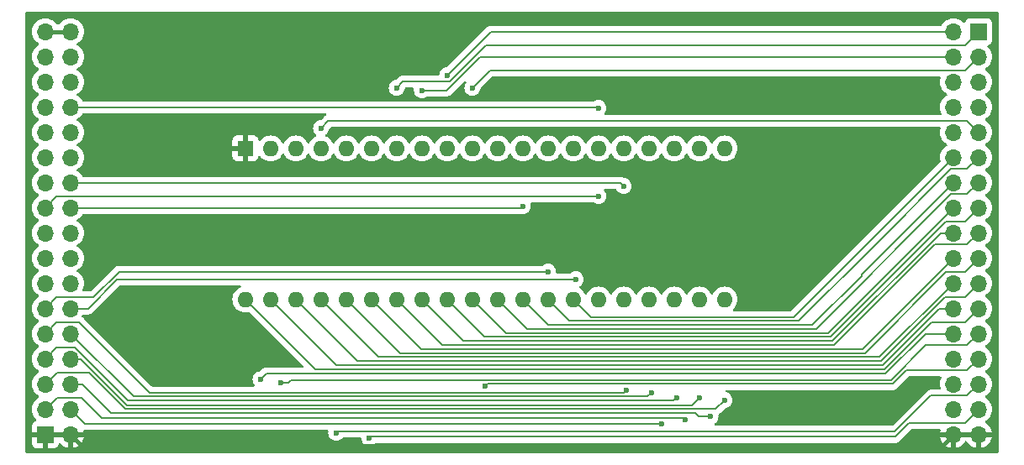
<source format=gbr>
%TF.GenerationSoftware,KiCad,Pcbnew,8.0.7-8.0.7-0~ubuntu22.04.1*%
%TF.CreationDate,2025-01-28T11:45:19+01:00*%
%TF.ProjectId,EF9345,45463933-3435-42e6-9b69-6361645f7063,rev?*%
%TF.SameCoordinates,Original*%
%TF.FileFunction,Copper,L2,Bot*%
%TF.FilePolarity,Positive*%
%FSLAX46Y46*%
G04 Gerber Fmt 4.6, Leading zero omitted, Abs format (unit mm)*
G04 Created by KiCad (PCBNEW 8.0.7-8.0.7-0~ubuntu22.04.1) date 2025-01-28 11:45:19*
%MOMM*%
%LPD*%
G01*
G04 APERTURE LIST*
%TA.AperFunction,ComponentPad*%
%ADD10R,1.600000X1.600000*%
%TD*%
%TA.AperFunction,ComponentPad*%
%ADD11O,1.600000X1.600000*%
%TD*%
%TA.AperFunction,ComponentPad*%
%ADD12R,1.700000X1.700000*%
%TD*%
%TA.AperFunction,ComponentPad*%
%ADD13O,1.700000X1.700000*%
%TD*%
%TA.AperFunction,ViaPad*%
%ADD14C,0.600000*%
%TD*%
%TA.AperFunction,Conductor*%
%ADD15C,0.200000*%
%TD*%
%TA.AperFunction,Conductor*%
%ADD16C,0.400000*%
%TD*%
G04 APERTURE END LIST*
D10*
%TO.P,U5,1,Vss*%
%TO.N,GND*%
X73152000Y-80772000D03*
D11*
%TO.P,U5,2,~{OE}*%
%TO.N,/In1*%
X75692000Y-80772000D03*
%TO.P,U5,3,~{WE}*%
%TO.N,/In0*%
X78232000Y-80772000D03*
%TO.P,U5,4,~{ASM}*%
%TO.N,/VA14*%
X80772000Y-80772000D03*
%TO.P,U5,5,HVS/HS*%
%TO.N,/HS*%
X83312000Y-80772000D03*
%TO.P,U5,6,PC/VS*%
%TO.N,/VS*%
X85852000Y-80772000D03*
%TO.P,U5,7,B*%
%TO.N,/CGAB*%
X88392000Y-80772000D03*
%TO.P,U5,8,G*%
%TO.N,/CGAG*%
X90932000Y-80772000D03*
%TO.P,U5,9,R*%
%TO.N,/CGAR*%
X93472000Y-80772000D03*
%TO.P,U5,10,I*%
%TO.N,/CGAI*%
X96012000Y-80772000D03*
%TO.P,U5,11,HP*%
%TO.N,/In2*%
X98552000Y-80772000D03*
%TO.P,U5,12,CLK*%
%TO.N,/VCLK*%
X101092000Y-80772000D03*
%TO.P,U5,13,SYNC.IN*%
%TO.N,/Out1*%
X103632000Y-80772000D03*
%TO.P,U5,14,AS*%
%TO.N,/Out0*%
X106172000Y-80772000D03*
%TO.P,U5,15,DS*%
%TO.N,/PHI2*%
X108712000Y-80772000D03*
%TO.P,U5,16,R/~{W}*%
%TO.N,/R{slash}~{W}*%
X111252000Y-80772000D03*
%TO.P,U5,17,AD0*%
%TO.N,/D0*%
X113792000Y-80772000D03*
%TO.P,U5,18,AD1*%
%TO.N,/D1*%
X116332000Y-80772000D03*
%TO.P,U5,19,AD2*%
%TO.N,/D2*%
X118872000Y-80772000D03*
%TO.P,U5,20,Vcc*%
%TO.N,+5V*%
X121412000Y-80772000D03*
%TO.P,U5,21,AD3*%
%TO.N,/D3*%
X121412000Y-96012000D03*
%TO.P,U5,22,AD4*%
%TO.N,/D4*%
X118872000Y-96012000D03*
%TO.P,U5,23,AD5*%
%TO.N,/D5*%
X116332000Y-96012000D03*
%TO.P,U5,24,AD6*%
%TO.N,/D6*%
X113792000Y-96012000D03*
%TO.P,U5,25,AD7*%
%TO.N,/D7*%
X111252000Y-96012000D03*
%TO.P,U5,26,~{CS}*%
%TO.N,/~{CS}*%
X108712000Y-96012000D03*
%TO.P,U5,27,AM13*%
%TO.N,/VA13*%
X106172000Y-96012000D03*
%TO.P,U5,28,AM12*%
%TO.N,/VA12*%
X103632000Y-96012000D03*
%TO.P,U5,29,AM11*%
%TO.N,/VA11*%
X101092000Y-96012000D03*
%TO.P,U5,30,AM10*%
%TO.N,/VA10*%
X98552000Y-96012000D03*
%TO.P,U5,31,AM9*%
%TO.N,/VA9*%
X96012000Y-96012000D03*
%TO.P,U5,32,AM8*%
%TO.N,/VA8*%
X93472000Y-96012000D03*
%TO.P,U5,33,ADM7*%
%TO.N,/VA7*%
X90932000Y-96012000D03*
%TO.P,U5,34,ADM6*%
%TO.N,/VA6*%
X88392000Y-96012000D03*
%TO.P,U5,35,ADM5*%
%TO.N,/VA5*%
X85852000Y-96012000D03*
%TO.P,U5,36,ADM4*%
%TO.N,/VA4*%
X83312000Y-96012000D03*
%TO.P,U5,37,ADM3*%
%TO.N,/VA3*%
X80772000Y-96012000D03*
%TO.P,U5,38,ADM2*%
%TO.N,/VA2*%
X78232000Y-96012000D03*
%TO.P,U5,39,ADM1*%
%TO.N,/VA1*%
X75692000Y-96012000D03*
%TO.P,U5,40,ADM0*%
%TO.N,/VA0*%
X73152000Y-96012000D03*
%TD*%
D12*
%TO.P,J3,1,Pin_1*%
%TO.N,/CGAB*%
X147000000Y-69000000D03*
D13*
%TO.P,J3,2,Pin_2*%
%TO.N,/CGAR*%
X144460000Y-69000000D03*
%TO.P,J3,3,Pin_3*%
%TO.N,/CGAI*%
X147000000Y-71540000D03*
%TO.P,J3,4,Pin_4*%
%TO.N,/CGAG*%
X144460000Y-71540000D03*
%TO.P,J3,5,Pin_5*%
%TO.N,/VA18*%
X147000000Y-74080000D03*
%TO.P,J3,6,Pin_6*%
%TO.N,/Res0*%
X144460000Y-74080000D03*
%TO.P,J3,7,Pin_7*%
%TO.N,/VA16*%
X147000000Y-76620000D03*
%TO.P,J3,8,Pin_8*%
%TO.N,/VA17*%
X144460000Y-76620000D03*
%TO.P,J3,9,Pin_9*%
%TO.N,/VA14*%
X147000000Y-79160000D03*
%TO.P,J3,10,Pin_10*%
%TO.N,/VA15*%
X144460000Y-79160000D03*
%TO.P,J3,11,Pin_11*%
%TO.N,/VA12*%
X147000000Y-81700000D03*
%TO.P,J3,12,Pin_12*%
%TO.N,/VA13*%
X144460000Y-81700000D03*
%TO.P,J3,13,Pin_13*%
%TO.N,/VA10*%
X147000000Y-84240000D03*
%TO.P,J3,14,Pin_14*%
%TO.N,/VA11*%
X144460000Y-84240000D03*
%TO.P,J3,15,Pin_15*%
%TO.N,/VA8*%
X147000000Y-86780000D03*
%TO.P,J3,16,Pin_16*%
%TO.N,/VA9*%
X144460000Y-86780000D03*
%TO.P,J3,17,Pin_17*%
%TO.N,/VA6*%
X147000000Y-89320000D03*
%TO.P,J3,18,Pin_18*%
%TO.N,/VA7*%
X144460000Y-89320000D03*
%TO.P,J3,19,Pin_19*%
%TO.N,/VA4*%
X147000000Y-91860000D03*
%TO.P,J3,20,Pin_20*%
%TO.N,/VA5*%
X144460000Y-91860000D03*
%TO.P,J3,21,Pin_21*%
%TO.N,/VA2*%
X147000000Y-94400000D03*
%TO.P,J3,22,Pin_22*%
%TO.N,/VA3*%
X144460000Y-94400000D03*
%TO.P,J3,23,Pin_23*%
%TO.N,/VA0*%
X147000000Y-96940000D03*
%TO.P,J3,24,Pin_24*%
%TO.N,/VA1*%
X144460000Y-96940000D03*
%TO.P,J3,25,Pin_25*%
%TO.N,/In0*%
X147000000Y-99480000D03*
%TO.P,J3,26,Pin_26*%
%TO.N,/In1*%
X144460000Y-99480000D03*
%TO.P,J3,27,Pin_27*%
%TO.N,/In2*%
X147000000Y-102020000D03*
%TO.P,J3,28,Pin_28*%
%TO.N,/DE*%
X144460000Y-102020000D03*
%TO.P,J3,29,Pin_29*%
%TO.N,/HS*%
X147000000Y-104560000D03*
%TO.P,J3,30,Pin_30*%
%TO.N,/CRSR*%
X144460000Y-104560000D03*
%TO.P,J3,31,Pin_31*%
%TO.N,/VS*%
X147000000Y-107100000D03*
%TO.P,J3,32,Pin_32*%
%TO.N,/~{RP}*%
X144460000Y-107100000D03*
%TO.P,J3,33,Pin_33*%
%TO.N,GND*%
X147000000Y-109640000D03*
%TO.P,J3,34,Pin_34*%
X144460000Y-109640000D03*
%TD*%
D12*
%TO.P,J1,1,Pin_1*%
%TO.N,GND*%
X53000000Y-109640000D03*
D13*
%TO.P,J1,2,Pin_2*%
X55540000Y-109640000D03*
%TO.P,J1,3,Pin_3*%
%TO.N,/D1*%
X53000000Y-107100000D03*
%TO.P,J1,4,Pin_4*%
%TO.N,/D0*%
X55540000Y-107100000D03*
%TO.P,J1,5,Pin_5*%
%TO.N,/D3*%
X53000000Y-104560000D03*
%TO.P,J1,6,Pin_6*%
%TO.N,/D2*%
X55540000Y-104560000D03*
%TO.P,J1,7,Pin_7*%
%TO.N,/D5*%
X53000000Y-102020000D03*
%TO.P,J1,8,Pin_8*%
%TO.N,/D4*%
X55540000Y-102020000D03*
%TO.P,J1,9,Pin_9*%
%TO.N,/D7*%
X53000000Y-99480000D03*
%TO.P,J1,10,Pin_10*%
%TO.N,/D6*%
X55540000Y-99480000D03*
%TO.P,J1,11,Pin_11*%
%TO.N,/Out1*%
X53000000Y-96940000D03*
%TO.P,J1,12,Pin_12*%
%TO.N,/Out0*%
X55540000Y-96940000D03*
%TO.P,J1,13,Pin_13*%
%TO.N,/Out3*%
X53000000Y-94400000D03*
%TO.P,J1,14,Pin_14*%
%TO.N,/Out2*%
X55540000Y-94400000D03*
%TO.P,J1,15,Pin_15*%
%TO.N,/Out5*%
X53000000Y-91860000D03*
%TO.P,J1,16,Pin_16*%
%TO.N,/Out4*%
X55540000Y-91860000D03*
%TO.P,J1,17,Pin_17*%
%TO.N,/Out7*%
X53000000Y-89320000D03*
%TO.P,J1,18,Pin_18*%
%TO.N,/Out6*%
X55540000Y-89320000D03*
%TO.P,J1,19,Pin_19*%
%TO.N,/~{CS}*%
X53000000Y-86780000D03*
%TO.P,J1,20,Pin_20*%
%TO.N,/VCLK*%
X55540000Y-86780000D03*
%TO.P,J1,21,Pin_21*%
%TO.N,/A1#*%
X53000000Y-84240000D03*
%TO.P,J1,22,Pin_22*%
%TO.N,/R{slash}~{W}*%
X55540000Y-84240000D03*
%TO.P,J1,23,Pin_23*%
%TO.N,/~{RD}*%
X53000000Y-81700000D03*
%TO.P,J1,24,Pin_24*%
%TO.N,/A0#*%
X55540000Y-81700000D03*
%TO.P,J1,25,Pin_25*%
%TO.N,/~{RST}*%
X53000000Y-79160000D03*
%TO.P,J1,26,Pin_26*%
%TO.N,/~{WR}*%
X55540000Y-79160000D03*
%TO.P,J1,27,Pin_27*%
%TO.N,/CH0*%
X53000000Y-76620000D03*
%TO.P,J1,28,Pin_28*%
%TO.N,/PHI2*%
X55540000Y-76620000D03*
%TO.P,J1,29,Pin_29*%
%TO.N,/Y*%
X53000000Y-74080000D03*
%TO.P,J1,30,Pin_30*%
%TO.N,/A*%
X55540000Y-74080000D03*
%TO.P,J1,31,Pin_31*%
%TO.N,/B*%
X53000000Y-71540000D03*
%TO.P,J1,32,Pin_32*%
%TO.N,unconnected-(J1-Pin_32-Pad32)*%
X55540000Y-71540000D03*
%TO.P,J1,33,Pin_33*%
%TO.N,+5V*%
X53000000Y-69000000D03*
%TO.P,J1,34,Pin_34*%
X55540000Y-69000000D03*
%TD*%
D14*
%TO.N,GND*%
X136652000Y-106934000D03*
X124968000Y-106680000D03*
X140208000Y-75692000D03*
X131572000Y-74930000D03*
X120650000Y-75184000D03*
X129286000Y-91440000D03*
X132842000Y-83566000D03*
X122174000Y-92202000D03*
X122174000Y-83566000D03*
X118618000Y-88900000D03*
X116586000Y-88900000D03*
X113538000Y-84582000D03*
X112776000Y-92964000D03*
X110744000Y-89154000D03*
X104902000Y-89154000D03*
X107696000Y-89662000D03*
X101346000Y-89916000D03*
X95250000Y-83058000D03*
X86614000Y-83058000D03*
X94742000Y-89916000D03*
X88138000Y-89916000D03*
X83566000Y-90170000D03*
X78740000Y-90170000D03*
X71374000Y-100076000D03*
X66548000Y-99314000D03*
X58166000Y-98806000D03*
X66548000Y-89154000D03*
X58420000Y-89916000D03*
X59944000Y-80518000D03*
X69850000Y-80010000D03*
X83058000Y-74168000D03*
X69596000Y-72644000D03*
X59690000Y-72898000D03*
%TO.N,/In0*%
X76708000Y-104394000D03*
%TO.N,/In1*%
X74676000Y-104068000D03*
%TO.N,/VA14*%
X80772000Y-78740000D03*
%TO.N,/HS*%
X82296000Y-109474000D03*
%TO.N,/VS*%
X85639050Y-109994000D03*
%TO.N,/CGAB*%
X88392007Y-74676007D03*
%TO.N,/CGAR*%
X93472000Y-73406000D03*
%TO.N,/CGAG*%
X90932000Y-74930000D03*
%TO.N,/CGAI*%
X96012000Y-74676000D03*
%TO.N,/In2*%
X97337035Y-104790000D03*
%TO.N,/Out1*%
X103632000Y-93218000D03*
%TO.N,/Out0*%
X106426000Y-93980000D03*
%TO.N,/PHI2*%
X108712000Y-76708000D03*
%TO.N,/R{slash}~{W}*%
X111252000Y-84582000D03*
%TO.N,/VCLK*%
X101092000Y-86614000D03*
%TO.N,/~{CS}*%
X108711996Y-85598000D03*
%TO.N,/D7*%
X111506000Y-105156000D03*
%TO.N,/D6*%
X114046000Y-105410000D03*
%TO.N,/D5*%
X116586000Y-105918000D03*
%TO.N,/D4*%
X118872001Y-105917999D03*
%TO.N,/D3*%
X121412000Y-106172006D03*
%TO.N,/D2*%
X119999998Y-107838002D03*
%TO.N,/D1*%
X117474998Y-108130000D03*
%TO.N,/D0*%
X115062000Y-108600000D03*
%TD*%
D15*
%TO.N,/CGAG*%
X93432925Y-74930000D02*
X90932000Y-74930000D01*
X144460000Y-71540000D02*
X96822925Y-71540000D01*
%TO.N,/CGAR*%
X97878000Y-69000000D02*
X93472000Y-73406000D01*
%TO.N,/CGAB*%
X93741239Y-74056000D02*
X89012014Y-74056000D01*
X89012014Y-74056000D02*
X88392007Y-74676007D01*
X97424000Y-70373239D02*
X93741239Y-74056000D01*
%TO.N,/CGAG*%
X96822925Y-71540000D02*
X93432925Y-74930000D01*
%TO.N,/CGAB*%
X145626761Y-70373239D02*
X97424000Y-70373239D01*
X147000000Y-69000000D02*
X145626761Y-70373239D01*
%TO.N,/CGAR*%
X144460000Y-69000000D02*
X97878000Y-69000000D01*
%TO.N,/CGAI*%
X97790004Y-72897996D02*
X96012000Y-74676000D01*
X147000000Y-71540000D02*
X145642004Y-72897996D01*
X145642004Y-72897996D02*
X97790004Y-72897996D01*
D16*
%TO.N,+5V*%
X53000000Y-69000000D02*
X55540000Y-69000000D01*
D15*
%TO.N,/HS*%
X145850000Y-105710000D02*
X147000000Y-104560000D01*
%TO.N,/VS*%
X147000000Y-107100000D02*
X145642000Y-108458000D01*
%TO.N,/HS*%
X82296000Y-109474000D02*
X82426000Y-109344000D01*
%TO.N,/VS*%
X145642000Y-108458000D02*
X140011686Y-108458000D01*
X140011686Y-108458000D02*
X138595686Y-109874000D01*
X138595686Y-109874000D02*
X85759050Y-109874000D01*
X85759050Y-109874000D02*
X85639050Y-109994000D01*
%TO.N,/HS*%
X82426000Y-109344000D02*
X138560000Y-109344000D01*
D16*
%TO.N,GND*%
X144460000Y-109640000D02*
X143356000Y-110744000D01*
D15*
%TO.N,/HS*%
X138560000Y-109344000D02*
X142194000Y-105710000D01*
X142194000Y-105710000D02*
X145850000Y-105710000D01*
D16*
%TO.N,GND*%
X143356000Y-110744000D02*
X56644000Y-110744000D01*
X56644000Y-110744000D02*
X55540000Y-109640000D01*
X147000000Y-109640000D02*
X144460000Y-109640000D01*
D15*
%TO.N,/In2*%
X147000000Y-102020000D02*
X145850000Y-103170000D01*
%TO.N,/In1*%
X141642744Y-99480000D02*
X137636744Y-103486000D01*
X75258000Y-103486000D02*
X74676000Y-104068000D01*
%TO.N,/In2*%
X139711686Y-103170000D02*
X138341686Y-104540000D01*
X138341686Y-104540000D02*
X97587035Y-104540000D01*
%TO.N,/In0*%
X77724000Y-104140000D02*
X138176000Y-104140000D01*
%TO.N,/In1*%
X137636744Y-103486000D02*
X75258000Y-103486000D01*
X144460000Y-99480000D02*
X141642744Y-99480000D01*
%TO.N,/In2*%
X97587035Y-104540000D02*
X97337035Y-104790000D01*
%TO.N,/In0*%
X145850000Y-100630000D02*
X147000000Y-99480000D01*
%TO.N,/In2*%
X145850000Y-103170000D02*
X139711686Y-103170000D01*
%TO.N,/In0*%
X76708000Y-104394000D02*
X77470000Y-104394000D01*
X77470000Y-104394000D02*
X77724000Y-104140000D01*
X138176000Y-104140000D02*
X141686000Y-100630000D01*
X141686000Y-100630000D02*
X145850000Y-100630000D01*
%TO.N,/D7*%
X56420000Y-98330000D02*
X63496000Y-105406000D01*
X54150000Y-98330000D02*
X56420000Y-98330000D01*
X63496000Y-105406000D02*
X111256000Y-105406000D01*
X53000000Y-99480000D02*
X54150000Y-98330000D01*
X111256000Y-105406000D02*
X111506000Y-105156000D01*
%TO.N,/VA0*%
X137525808Y-103031250D02*
X142259058Y-98298000D01*
X145642000Y-98298000D02*
X147000000Y-96940000D01*
X142259058Y-98298000D02*
X145642000Y-98298000D01*
X73152000Y-96012000D02*
X80171250Y-103031250D01*
X80171250Y-103031250D02*
X137525808Y-103031250D01*
%TO.N,/D5*%
X56016346Y-100870000D02*
X61352346Y-106206000D01*
%TO.N,/D6*%
X61866000Y-105806000D02*
X113650000Y-105806000D01*
X55540000Y-99480000D02*
X61866000Y-105806000D01*
X113650000Y-105806000D02*
X114046000Y-105410000D01*
%TO.N,/D5*%
X53000000Y-102020000D02*
X54150000Y-100870000D01*
X54150000Y-100870000D02*
X56016346Y-100870000D01*
X61352346Y-106206000D02*
X116298000Y-106206000D01*
X116298000Y-106206000D02*
X116586000Y-105918000D01*
%TO.N,/D3*%
X57392974Y-103378000D02*
X61094974Y-107080000D01*
X120504006Y-107080000D02*
X121412000Y-106172006D01*
%TO.N,/D2*%
X59662081Y-107480000D02*
X118441372Y-107480000D01*
X118441372Y-107480000D02*
X118799374Y-107838002D01*
%TO.N,/D1*%
X53000000Y-107100000D02*
X54182002Y-105917998D01*
%TO.N,/D2*%
X55540000Y-104560000D02*
X56742081Y-104560000D01*
%TO.N,/D1*%
X54182002Y-105917998D02*
X56641998Y-105917998D01*
X56641998Y-105917998D02*
X58674000Y-107950000D01*
%TO.N,/D4*%
X55540000Y-102020000D02*
X56600660Y-102020000D01*
%TO.N,/D2*%
X56742081Y-104560000D02*
X59662081Y-107480000D01*
%TO.N,/D1*%
X58674000Y-107950000D02*
X117294998Y-107950000D01*
X117294998Y-107950000D02*
X117474998Y-108130000D01*
%TO.N,/D3*%
X61094974Y-107080000D02*
X120504006Y-107080000D01*
%TO.N,/D2*%
X118799374Y-107838002D02*
X119999998Y-107838002D01*
%TO.N,/D3*%
X54182000Y-103378000D02*
X57392974Y-103378000D01*
X53000000Y-104560000D02*
X54182000Y-103378000D01*
%TO.N,/D4*%
X56600660Y-102020000D02*
X61260660Y-106680000D01*
X61260660Y-106680000D02*
X118110000Y-106680000D01*
X118110000Y-106680000D02*
X118872001Y-105917999D01*
%TO.N,/VA1*%
X137375372Y-102616000D02*
X82296000Y-102616000D01*
%TO.N,/VA4*%
X145610000Y-93250000D02*
X147000000Y-91860000D01*
X83312000Y-96012000D02*
X88716000Y-101416000D01*
%TO.N,/VA1*%
X143051372Y-96940000D02*
X137375372Y-102616000D01*
%TO.N,/VA5*%
X85852000Y-96012000D02*
X90856000Y-101016000D01*
%TO.N,/VA1*%
X144460000Y-96940000D02*
X143051372Y-96940000D01*
%TO.N,/VA3*%
X144460000Y-94400000D02*
X137044000Y-101816000D01*
%TO.N,/VA4*%
X135566000Y-101416000D02*
X143732000Y-93250000D01*
X143732000Y-93250000D02*
X145610000Y-93250000D01*
%TO.N,/VA5*%
X135304000Y-101016000D02*
X144460000Y-91860000D01*
X90856000Y-101016000D02*
X135304000Y-101016000D01*
%TO.N,/VA2*%
X145610000Y-95790000D02*
X147000000Y-94400000D01*
%TO.N,/VA3*%
X137044000Y-101816000D02*
X86576000Y-101816000D01*
%TO.N,/VA4*%
X88716000Y-101416000D02*
X135566000Y-101416000D01*
%TO.N,/VA3*%
X86576000Y-101816000D02*
X80772000Y-96012000D01*
%TO.N,/VA2*%
X84436000Y-102216000D02*
X137209686Y-102216000D01*
X143635686Y-95790000D02*
X145610000Y-95790000D01*
X137209686Y-102216000D02*
X143635686Y-95790000D01*
X78232000Y-96012000D02*
X84436000Y-102216000D01*
%TO.N,/VA1*%
X82296000Y-102616000D02*
X75692000Y-96012000D01*
%TO.N,/VA11*%
X135228000Y-93626000D02*
X130270000Y-98584000D01*
%TO.N,/VA7*%
X95104000Y-100184000D02*
X132283686Y-100184000D01*
%TO.N,/VA6*%
X145850000Y-90470000D02*
X142563372Y-90470000D01*
%TO.N,/VA11*%
X135228000Y-93472000D02*
X135228000Y-93626000D01*
%TO.N,/VA7*%
X90932000Y-96012000D02*
X95104000Y-100184000D01*
X132283686Y-100184000D02*
X143147686Y-89320000D01*
%TO.N,/VA13*%
X107944000Y-97784000D02*
X128376000Y-97784000D01*
%TO.N,/VA12*%
X136398000Y-90678000D02*
X136398000Y-90675654D01*
%TO.N,/VA7*%
X143147686Y-89320000D02*
X144460000Y-89320000D01*
%TO.N,/VA6*%
X147000000Y-89320000D02*
X145850000Y-90470000D01*
%TO.N,/VA8*%
X147000000Y-86780000D02*
X145610000Y-88170000D01*
X145610000Y-88170000D02*
X143732000Y-88170000D01*
%TO.N,/VA10*%
X130629654Y-98984000D02*
X144223654Y-85390000D01*
%TO.N,/VA8*%
X143732000Y-88170000D02*
X132118000Y-99784000D01*
%TO.N,/VA13*%
X128376000Y-97784000D02*
X144460000Y-81700000D01*
X106172000Y-96012000D02*
X107944000Y-97784000D01*
%TO.N,/VA12*%
X144223654Y-82850000D02*
X145850000Y-82850000D01*
%TO.N,/VA6*%
X132449372Y-100584000D02*
X92964000Y-100584000D01*
%TO.N,/VA12*%
X103632000Y-96012000D02*
X105804000Y-98184000D01*
%TO.N,/VA8*%
X97244000Y-99784000D02*
X93472000Y-96012000D01*
%TO.N,/VA11*%
X103664000Y-98584000D02*
X101092000Y-96012000D01*
%TO.N,/VA12*%
X136398000Y-90675654D02*
X144223654Y-82850000D01*
%TO.N,/VA9*%
X144460000Y-86780000D02*
X131856000Y-99384000D01*
%TO.N,/VA11*%
X130270000Y-98584000D02*
X103664000Y-98584000D01*
X144460000Y-84240000D02*
X135228000Y-93472000D01*
%TO.N,/VA12*%
X105804000Y-98184000D02*
X128892000Y-98184000D01*
%TO.N,/VA10*%
X145850000Y-85390000D02*
X147000000Y-84240000D01*
X144223654Y-85390000D02*
X145850000Y-85390000D01*
%TO.N,/VA12*%
X128892000Y-98184000D02*
X136398000Y-90678000D01*
%TO.N,/VA10*%
X101524000Y-98984000D02*
X130629654Y-98984000D01*
%TO.N,/VA6*%
X92964000Y-100584000D02*
X88392000Y-96012000D01*
%TO.N,/VA9*%
X131856000Y-99384000D02*
X99384000Y-99384000D01*
%TO.N,/VA12*%
X145850000Y-82850000D02*
X147000000Y-81700000D01*
%TO.N,/VA9*%
X99384000Y-99384000D02*
X96012000Y-96012000D01*
%TO.N,/VA10*%
X98552000Y-96012000D02*
X101524000Y-98984000D01*
%TO.N,/VA8*%
X132118000Y-99784000D02*
X97244000Y-99784000D01*
%TO.N,/VA6*%
X142563372Y-90470000D02*
X132449372Y-100584000D01*
%TO.N,/VA14*%
X81502000Y-78010000D02*
X145850000Y-78010000D01*
X80772000Y-78740000D02*
X81502000Y-78010000D01*
X145850000Y-78010000D02*
X147000000Y-79160000D01*
%TO.N,/D0*%
X55540000Y-107100000D02*
X57006000Y-108566000D01*
X57006000Y-108566000D02*
X115028000Y-108566000D01*
X115028000Y-108566000D02*
X115062000Y-108600000D01*
%TO.N,/Out0*%
X60255686Y-93980000D02*
X57295686Y-96940000D01*
X106426000Y-93980000D02*
X60255686Y-93980000D01*
X57295686Y-96940000D02*
X55540000Y-96940000D01*
%TO.N,/Out1*%
X103632000Y-93218000D02*
X60452000Y-93218000D01*
X60452000Y-93218000D02*
X57880000Y-95790000D01*
X57880000Y-95790000D02*
X54150000Y-95790000D01*
X54150000Y-95790000D02*
X53000000Y-96940000D01*
%TO.N,/PHI2*%
X108624000Y-76620000D02*
X55540000Y-76620000D01*
X108712000Y-76708000D02*
X108624000Y-76620000D01*
%TO.N,/R{slash}~{W}*%
X111252000Y-84582000D02*
X110910000Y-84240000D01*
X110910000Y-84240000D02*
X55540000Y-84240000D01*
%TO.N,/VCLK*%
X100926000Y-86780000D02*
X101092000Y-86614000D01*
X55540000Y-86780000D02*
X100926000Y-86780000D01*
%TO.N,/~{CS}*%
X53000000Y-86780000D02*
X54150000Y-85630000D01*
X54150000Y-85630000D02*
X108679996Y-85630000D01*
X108679996Y-85630000D02*
X108711996Y-85598000D01*
%TD*%
%TA.AperFunction,Conductor*%
%TO.N,GND*%
G36*
X55074075Y-109447007D02*
G01*
X55040000Y-109574174D01*
X55040000Y-109705826D01*
X55074075Y-109832993D01*
X55106988Y-109890000D01*
X53433012Y-109890000D01*
X53465925Y-109832993D01*
X53500000Y-109705826D01*
X53500000Y-109574174D01*
X53465925Y-109447007D01*
X53433012Y-109390000D01*
X55106988Y-109390000D01*
X55074075Y-109447007D01*
G37*
%TD.AperFunction*%
%TA.AperFunction,Conductor*%
G36*
X146534075Y-109447007D02*
G01*
X146500000Y-109574174D01*
X146500000Y-109705826D01*
X146534075Y-109832993D01*
X146566988Y-109890000D01*
X144893012Y-109890000D01*
X144925925Y-109832993D01*
X144960000Y-109705826D01*
X144960000Y-109574174D01*
X144925925Y-109447007D01*
X144893012Y-109390000D01*
X146566988Y-109390000D01*
X146534075Y-109447007D01*
G37*
%TD.AperFunction*%
%TA.AperFunction,Conductor*%
G36*
X143210436Y-103790185D02*
G01*
X143256191Y-103842989D01*
X143266135Y-103912147D01*
X143255779Y-103946905D01*
X143186097Y-104096335D01*
X143186094Y-104096344D01*
X143124938Y-104324586D01*
X143124936Y-104324596D01*
X143104341Y-104559999D01*
X143104341Y-104560000D01*
X143124936Y-104795403D01*
X143124938Y-104795413D01*
X143167272Y-104953407D01*
X143165609Y-105023257D01*
X143126446Y-105081119D01*
X143062218Y-105108623D01*
X143047497Y-105109500D01*
X142114943Y-105109500D01*
X141962213Y-105150423D01*
X141921005Y-105174216D01*
X141921004Y-105174216D01*
X141825287Y-105229477D01*
X141825282Y-105229481D01*
X141713478Y-105341286D01*
X138347584Y-108707181D01*
X138286261Y-108740666D01*
X138259903Y-108743500D01*
X120493929Y-108743500D01*
X120426890Y-108723815D01*
X120381135Y-108671011D01*
X120371191Y-108601853D01*
X120400216Y-108538297D01*
X120427956Y-108514507D01*
X120502258Y-108467819D01*
X120502257Y-108467819D01*
X120502260Y-108467818D01*
X120629814Y-108340264D01*
X120725787Y-108187524D01*
X120785366Y-108017257D01*
X120790533Y-107971401D01*
X120805563Y-107838005D01*
X120805563Y-107837999D01*
X120789400Y-107694551D01*
X120801454Y-107625729D01*
X120848803Y-107574349D01*
X120850552Y-107573319D01*
X120872722Y-107560520D01*
X120984526Y-107448716D01*
X120984526Y-107448714D01*
X120994730Y-107438511D01*
X120994734Y-107438506D01*
X121430535Y-107002704D01*
X121491856Y-106969221D01*
X121504311Y-106967169D01*
X121591255Y-106957374D01*
X121761522Y-106897795D01*
X121914262Y-106801822D01*
X122041816Y-106674268D01*
X122137789Y-106521528D01*
X122197368Y-106351261D01*
X122197369Y-106351255D01*
X122217565Y-106172009D01*
X122217565Y-106172002D01*
X122197369Y-105992756D01*
X122197368Y-105992751D01*
X122179475Y-105941615D01*
X122137789Y-105822484D01*
X122041816Y-105669744D01*
X121914262Y-105542190D01*
X121899654Y-105533011D01*
X121761523Y-105446217D01*
X121591256Y-105386638D01*
X121585795Y-105385392D01*
X121524816Y-105351284D01*
X121491958Y-105289623D01*
X121497652Y-105219986D01*
X121540090Y-105164481D01*
X121605800Y-105140732D01*
X121613386Y-105140500D01*
X138255017Y-105140500D01*
X138255033Y-105140501D01*
X138262629Y-105140501D01*
X138420740Y-105140501D01*
X138420743Y-105140501D01*
X138573471Y-105099577D01*
X138641192Y-105060478D01*
X138710402Y-105020520D01*
X138822206Y-104908716D01*
X138822206Y-104908714D01*
X138832410Y-104898511D01*
X138832413Y-104898506D01*
X139924103Y-103806819D01*
X139985426Y-103773334D01*
X140011784Y-103770500D01*
X143143397Y-103770500D01*
X143210436Y-103790185D01*
G37*
%TD.AperFunction*%
%TA.AperFunction,Conductor*%
G36*
X72652327Y-94600185D02*
G01*
X72698082Y-94652989D01*
X72708026Y-94722147D01*
X72679001Y-94785703D01*
X72637693Y-94816882D01*
X72499267Y-94881431D01*
X72499265Y-94881432D01*
X72312858Y-95011954D01*
X72151954Y-95172858D01*
X72021432Y-95359265D01*
X72021431Y-95359267D01*
X71925261Y-95565502D01*
X71925258Y-95565511D01*
X71866366Y-95785302D01*
X71866364Y-95785313D01*
X71846532Y-96011998D01*
X71846532Y-96012001D01*
X71866364Y-96238686D01*
X71866366Y-96238697D01*
X71925258Y-96458488D01*
X71925261Y-96458497D01*
X72021431Y-96664732D01*
X72021432Y-96664734D01*
X72151954Y-96851141D01*
X72312858Y-97012045D01*
X72312861Y-97012047D01*
X72499266Y-97142568D01*
X72705504Y-97238739D01*
X72925308Y-97297635D01*
X73067361Y-97310063D01*
X73151998Y-97317468D01*
X73152000Y-97317468D01*
X73152002Y-97317468D01*
X73208673Y-97312509D01*
X73378692Y-97297635D01*
X73474932Y-97271847D01*
X73544781Y-97273510D01*
X73594706Y-97303941D01*
X78964583Y-102673819D01*
X78998068Y-102735142D01*
X78993084Y-102804834D01*
X78951212Y-102860767D01*
X78885748Y-102885184D01*
X78876902Y-102885500D01*
X75178942Y-102885500D01*
X75026215Y-102926423D01*
X74981582Y-102952192D01*
X74981581Y-102952192D01*
X74889290Y-103005475D01*
X74889282Y-103005481D01*
X74777480Y-103117284D01*
X74777478Y-103117286D01*
X74706339Y-103188425D01*
X74657465Y-103237299D01*
X74596142Y-103270783D01*
X74583668Y-103272837D01*
X74496750Y-103282630D01*
X74326478Y-103342210D01*
X74173737Y-103438184D01*
X74046184Y-103565737D01*
X73950211Y-103718476D01*
X73890631Y-103888745D01*
X73890630Y-103888750D01*
X73870435Y-104067996D01*
X73870435Y-104068003D01*
X73890630Y-104247249D01*
X73890631Y-104247254D01*
X73950211Y-104417523D01*
X74046184Y-104570262D01*
X74069741Y-104593819D01*
X74103226Y-104655142D01*
X74098242Y-104724834D01*
X74056370Y-104780767D01*
X73990906Y-104805184D01*
X73982060Y-104805500D01*
X63796097Y-104805500D01*
X63729058Y-104785815D01*
X63708416Y-104769181D01*
X56907590Y-97968355D01*
X56907588Y-97968352D01*
X56788717Y-97849481D01*
X56788712Y-97849477D01*
X56737219Y-97819748D01*
X56689004Y-97769181D01*
X56675780Y-97700574D01*
X56697646Y-97641236D01*
X56714032Y-97617835D01*
X56714032Y-97617833D01*
X56714035Y-97617830D01*
X56716707Y-97612097D01*
X56762878Y-97559658D01*
X56829091Y-97540500D01*
X57209017Y-97540500D01*
X57209033Y-97540501D01*
X57216629Y-97540501D01*
X57374740Y-97540501D01*
X57374743Y-97540501D01*
X57527471Y-97499577D01*
X57577590Y-97470639D01*
X57664402Y-97420520D01*
X57776206Y-97308716D01*
X57776206Y-97308714D01*
X57786414Y-97298507D01*
X57786415Y-97298504D01*
X60468102Y-94616819D01*
X60529425Y-94583334D01*
X60555783Y-94580500D01*
X72585288Y-94580500D01*
X72652327Y-94600185D01*
G37*
%TD.AperFunction*%
%TA.AperFunction,Conductor*%
G36*
X81272717Y-77240185D02*
G01*
X81318472Y-77292989D01*
X81328416Y-77362147D01*
X81299391Y-77425703D01*
X81267680Y-77451886D01*
X81229938Y-77473676D01*
X81220095Y-77479360D01*
X81176689Y-77504420D01*
X81133285Y-77529479D01*
X81133282Y-77529481D01*
X81021478Y-77641286D01*
X80753465Y-77909298D01*
X80692142Y-77942783D01*
X80679668Y-77944837D01*
X80592750Y-77954630D01*
X80422478Y-78014210D01*
X80269737Y-78110184D01*
X80142184Y-78237737D01*
X80046211Y-78390476D01*
X79986631Y-78560745D01*
X79986630Y-78560750D01*
X79966435Y-78739996D01*
X79966435Y-78740003D01*
X79986630Y-78919249D01*
X79986631Y-78919254D01*
X80046211Y-79089523D01*
X80090495Y-79160000D01*
X80142184Y-79242262D01*
X80269738Y-79369816D01*
X80269741Y-79369818D01*
X80272693Y-79372172D01*
X80274103Y-79374181D01*
X80274662Y-79374740D01*
X80274564Y-79374837D01*
X80312833Y-79429361D01*
X80315683Y-79499172D01*
X80280337Y-79559442D01*
X80247786Y-79581501D01*
X80119264Y-79641433D01*
X79932858Y-79771954D01*
X79771954Y-79932858D01*
X79641432Y-80119265D01*
X79641431Y-80119267D01*
X79614382Y-80177275D01*
X79568209Y-80229714D01*
X79501016Y-80248866D01*
X79434135Y-80228650D01*
X79389618Y-80177275D01*
X79362568Y-80119267D01*
X79362567Y-80119265D01*
X79301045Y-80031402D01*
X79232047Y-79932861D01*
X79232045Y-79932858D01*
X79071141Y-79771954D01*
X78884734Y-79641432D01*
X78884732Y-79641431D01*
X78678497Y-79545261D01*
X78678488Y-79545258D01*
X78458697Y-79486366D01*
X78458693Y-79486365D01*
X78458692Y-79486365D01*
X78458691Y-79486364D01*
X78458686Y-79486364D01*
X78232002Y-79466532D01*
X78231998Y-79466532D01*
X78005313Y-79486364D01*
X78005302Y-79486366D01*
X77785511Y-79545258D01*
X77785502Y-79545261D01*
X77579267Y-79641431D01*
X77579265Y-79641432D01*
X77392858Y-79771954D01*
X77231954Y-79932858D01*
X77101432Y-80119265D01*
X77101431Y-80119267D01*
X77074382Y-80177275D01*
X77028209Y-80229714D01*
X76961016Y-80248866D01*
X76894135Y-80228650D01*
X76849618Y-80177275D01*
X76822568Y-80119267D01*
X76822567Y-80119265D01*
X76761045Y-80031402D01*
X76692047Y-79932861D01*
X76692045Y-79932858D01*
X76531141Y-79771954D01*
X76344734Y-79641432D01*
X76344732Y-79641431D01*
X76138497Y-79545261D01*
X76138488Y-79545258D01*
X75918697Y-79486366D01*
X75918693Y-79486365D01*
X75918692Y-79486365D01*
X75918691Y-79486364D01*
X75918686Y-79486364D01*
X75692002Y-79466532D01*
X75691998Y-79466532D01*
X75465313Y-79486364D01*
X75465302Y-79486366D01*
X75245511Y-79545258D01*
X75245502Y-79545261D01*
X75039267Y-79641431D01*
X75039265Y-79641432D01*
X74852858Y-79771954D01*
X74691951Y-79932861D01*
X74674287Y-79958088D01*
X74619710Y-80001712D01*
X74550211Y-80008904D01*
X74487857Y-79977380D01*
X74452445Y-79917150D01*
X74449425Y-79900218D01*
X74445598Y-79864627D01*
X74445596Y-79864620D01*
X74395354Y-79729913D01*
X74395350Y-79729906D01*
X74309190Y-79614812D01*
X74309187Y-79614809D01*
X74194093Y-79528649D01*
X74194086Y-79528645D01*
X74059379Y-79478403D01*
X74059372Y-79478401D01*
X73999844Y-79472000D01*
X73402000Y-79472000D01*
X73402000Y-80456314D01*
X73397606Y-80451920D01*
X73306394Y-80399259D01*
X73204661Y-80372000D01*
X73099339Y-80372000D01*
X72997606Y-80399259D01*
X72906394Y-80451920D01*
X72902000Y-80456314D01*
X72902000Y-79472000D01*
X72304155Y-79472000D01*
X72244627Y-79478401D01*
X72244620Y-79478403D01*
X72109913Y-79528645D01*
X72109906Y-79528649D01*
X71994812Y-79614809D01*
X71994809Y-79614812D01*
X71908649Y-79729906D01*
X71908645Y-79729913D01*
X71858403Y-79864620D01*
X71858401Y-79864627D01*
X71852000Y-79924155D01*
X71852000Y-80522000D01*
X72836314Y-80522000D01*
X72831920Y-80526394D01*
X72779259Y-80617606D01*
X72752000Y-80719339D01*
X72752000Y-80824661D01*
X72779259Y-80926394D01*
X72831920Y-81017606D01*
X72836314Y-81022000D01*
X71852000Y-81022000D01*
X71852000Y-81619844D01*
X71858401Y-81679372D01*
X71858403Y-81679379D01*
X71908645Y-81814086D01*
X71908649Y-81814093D01*
X71994809Y-81929187D01*
X71994812Y-81929190D01*
X72109906Y-82015350D01*
X72109913Y-82015354D01*
X72244620Y-82065596D01*
X72244627Y-82065598D01*
X72304155Y-82071999D01*
X72304172Y-82072000D01*
X72902000Y-82072000D01*
X72902000Y-81087686D01*
X72906394Y-81092080D01*
X72997606Y-81144741D01*
X73099339Y-81172000D01*
X73204661Y-81172000D01*
X73306394Y-81144741D01*
X73397606Y-81092080D01*
X73402000Y-81087686D01*
X73402000Y-82072000D01*
X73999828Y-82072000D01*
X73999844Y-82071999D01*
X74059372Y-82065598D01*
X74059379Y-82065596D01*
X74194086Y-82015354D01*
X74194093Y-82015350D01*
X74309187Y-81929190D01*
X74309190Y-81929187D01*
X74395350Y-81814093D01*
X74395354Y-81814086D01*
X74445596Y-81679380D01*
X74449424Y-81643781D01*
X74476162Y-81579230D01*
X74533555Y-81539382D01*
X74603380Y-81536888D01*
X74663469Y-81572540D01*
X74674289Y-81585912D01*
X74691956Y-81611143D01*
X74852858Y-81772045D01*
X74852861Y-81772047D01*
X75039266Y-81902568D01*
X75245504Y-81998739D01*
X75465308Y-82057635D01*
X75627230Y-82071801D01*
X75691998Y-82077468D01*
X75692000Y-82077468D01*
X75692002Y-82077468D01*
X75754511Y-82071999D01*
X75918692Y-82057635D01*
X76138496Y-81998739D01*
X76344734Y-81902568D01*
X76531139Y-81772047D01*
X76692047Y-81611139D01*
X76822568Y-81424734D01*
X76849618Y-81366724D01*
X76895790Y-81314285D01*
X76962983Y-81295133D01*
X77029865Y-81315348D01*
X77074382Y-81366725D01*
X77101429Y-81424728D01*
X77101432Y-81424734D01*
X77231954Y-81611141D01*
X77392858Y-81772045D01*
X77392861Y-81772047D01*
X77579266Y-81902568D01*
X77785504Y-81998739D01*
X78005308Y-82057635D01*
X78167230Y-82071801D01*
X78231998Y-82077468D01*
X78232000Y-82077468D01*
X78232002Y-82077468D01*
X78294511Y-82071999D01*
X78458692Y-82057635D01*
X78678496Y-81998739D01*
X78884734Y-81902568D01*
X79071139Y-81772047D01*
X79232047Y-81611139D01*
X79362568Y-81424734D01*
X79389618Y-81366724D01*
X79435790Y-81314285D01*
X79502983Y-81295133D01*
X79569865Y-81315348D01*
X79614382Y-81366725D01*
X79641429Y-81424728D01*
X79641432Y-81424734D01*
X79771954Y-81611141D01*
X79932858Y-81772045D01*
X79932861Y-81772047D01*
X80119266Y-81902568D01*
X80325504Y-81998739D01*
X80545308Y-82057635D01*
X80707230Y-82071801D01*
X80771998Y-82077468D01*
X80772000Y-82077468D01*
X80772002Y-82077468D01*
X80834511Y-82071999D01*
X80998692Y-82057635D01*
X81218496Y-81998739D01*
X81424734Y-81902568D01*
X81611139Y-81772047D01*
X81772047Y-81611139D01*
X81902568Y-81424734D01*
X81929618Y-81366724D01*
X81975790Y-81314285D01*
X82042983Y-81295133D01*
X82109865Y-81315348D01*
X82154382Y-81366725D01*
X82181429Y-81424728D01*
X82181432Y-81424734D01*
X82311954Y-81611141D01*
X82472858Y-81772045D01*
X82472861Y-81772047D01*
X82659266Y-81902568D01*
X82865504Y-81998739D01*
X83085308Y-82057635D01*
X83247230Y-82071801D01*
X83311998Y-82077468D01*
X83312000Y-82077468D01*
X83312002Y-82077468D01*
X83374511Y-82071999D01*
X83538692Y-82057635D01*
X83758496Y-81998739D01*
X83964734Y-81902568D01*
X84151139Y-81772047D01*
X84312047Y-81611139D01*
X84442568Y-81424734D01*
X84469618Y-81366724D01*
X84515790Y-81314285D01*
X84582983Y-81295133D01*
X84649865Y-81315348D01*
X84694382Y-81366725D01*
X84721429Y-81424728D01*
X84721432Y-81424734D01*
X84851954Y-81611141D01*
X85012858Y-81772045D01*
X85012861Y-81772047D01*
X85199266Y-81902568D01*
X85405504Y-81998739D01*
X85625308Y-82057635D01*
X85787230Y-82071801D01*
X85851998Y-82077468D01*
X85852000Y-82077468D01*
X85852002Y-82077468D01*
X85914511Y-82071999D01*
X86078692Y-82057635D01*
X86298496Y-81998739D01*
X86504734Y-81902568D01*
X86691139Y-81772047D01*
X86852047Y-81611139D01*
X86982568Y-81424734D01*
X87009618Y-81366724D01*
X87055790Y-81314285D01*
X87122983Y-81295133D01*
X87189865Y-81315348D01*
X87234382Y-81366725D01*
X87261429Y-81424728D01*
X87261432Y-81424734D01*
X87391954Y-81611141D01*
X87552858Y-81772045D01*
X87552861Y-81772047D01*
X87739266Y-81902568D01*
X87945504Y-81998739D01*
X88165308Y-82057635D01*
X88327230Y-82071801D01*
X88391998Y-82077468D01*
X88392000Y-82077468D01*
X88392002Y-82077468D01*
X88454511Y-82071999D01*
X88618692Y-82057635D01*
X88838496Y-81998739D01*
X89044734Y-81902568D01*
X89231139Y-81772047D01*
X89392047Y-81611139D01*
X89522568Y-81424734D01*
X89549618Y-81366724D01*
X89595790Y-81314285D01*
X89662983Y-81295133D01*
X89729865Y-81315348D01*
X89774382Y-81366725D01*
X89801429Y-81424728D01*
X89801432Y-81424734D01*
X89931954Y-81611141D01*
X90092858Y-81772045D01*
X90092861Y-81772047D01*
X90279266Y-81902568D01*
X90485504Y-81998739D01*
X90705308Y-82057635D01*
X90867230Y-82071801D01*
X90931998Y-82077468D01*
X90932000Y-82077468D01*
X90932002Y-82077468D01*
X90994511Y-82071999D01*
X91158692Y-82057635D01*
X91378496Y-81998739D01*
X91584734Y-81902568D01*
X91771139Y-81772047D01*
X91932047Y-81611139D01*
X92062568Y-81424734D01*
X92089618Y-81366724D01*
X92135790Y-81314285D01*
X92202983Y-81295133D01*
X92269865Y-81315348D01*
X92314382Y-81366725D01*
X92341429Y-81424728D01*
X92341432Y-81424734D01*
X92471954Y-81611141D01*
X92632858Y-81772045D01*
X92632861Y-81772047D01*
X92819266Y-81902568D01*
X93025504Y-81998739D01*
X93245308Y-82057635D01*
X93407230Y-82071801D01*
X93471998Y-82077468D01*
X93472000Y-82077468D01*
X93472002Y-82077468D01*
X93534511Y-82071999D01*
X93698692Y-82057635D01*
X93918496Y-81998739D01*
X94124734Y-81902568D01*
X94311139Y-81772047D01*
X94472047Y-81611139D01*
X94602568Y-81424734D01*
X94629618Y-81366724D01*
X94675790Y-81314285D01*
X94742983Y-81295133D01*
X94809865Y-81315348D01*
X94854382Y-81366725D01*
X94881429Y-81424728D01*
X94881432Y-81424734D01*
X95011954Y-81611141D01*
X95172858Y-81772045D01*
X95172861Y-81772047D01*
X95359266Y-81902568D01*
X95565504Y-81998739D01*
X95785308Y-82057635D01*
X95947230Y-82071801D01*
X96011998Y-82077468D01*
X96012000Y-82077468D01*
X96012002Y-82077468D01*
X96074511Y-82071999D01*
X96238692Y-82057635D01*
X96458496Y-81998739D01*
X96664734Y-81902568D01*
X96851139Y-81772047D01*
X97012047Y-81611139D01*
X97142568Y-81424734D01*
X97169618Y-81366724D01*
X97215790Y-81314285D01*
X97282983Y-81295133D01*
X97349865Y-81315348D01*
X97394382Y-81366725D01*
X97421429Y-81424728D01*
X97421432Y-81424734D01*
X97551954Y-81611141D01*
X97712858Y-81772045D01*
X97712861Y-81772047D01*
X97899266Y-81902568D01*
X98105504Y-81998739D01*
X98325308Y-82057635D01*
X98487230Y-82071801D01*
X98551998Y-82077468D01*
X98552000Y-82077468D01*
X98552002Y-82077468D01*
X98614511Y-82071999D01*
X98778692Y-82057635D01*
X98998496Y-81998739D01*
X99204734Y-81902568D01*
X99391139Y-81772047D01*
X99552047Y-81611139D01*
X99682568Y-81424734D01*
X99709618Y-81366724D01*
X99755790Y-81314285D01*
X99822983Y-81295133D01*
X99889865Y-81315348D01*
X99934382Y-81366725D01*
X99961429Y-81424728D01*
X99961432Y-81424734D01*
X100091954Y-81611141D01*
X100252858Y-81772045D01*
X100252861Y-81772047D01*
X100439266Y-81902568D01*
X100645504Y-81998739D01*
X100865308Y-82057635D01*
X101027230Y-82071801D01*
X101091998Y-82077468D01*
X101092000Y-82077468D01*
X101092002Y-82077468D01*
X101154511Y-82071999D01*
X101318692Y-82057635D01*
X101538496Y-81998739D01*
X101744734Y-81902568D01*
X101931139Y-81772047D01*
X102092047Y-81611139D01*
X102222568Y-81424734D01*
X102249618Y-81366724D01*
X102295790Y-81314285D01*
X102362983Y-81295133D01*
X102429865Y-81315348D01*
X102474382Y-81366725D01*
X102501429Y-81424728D01*
X102501432Y-81424734D01*
X102631954Y-81611141D01*
X102792858Y-81772045D01*
X102792861Y-81772047D01*
X102979266Y-81902568D01*
X103185504Y-81998739D01*
X103405308Y-82057635D01*
X103567230Y-82071801D01*
X103631998Y-82077468D01*
X103632000Y-82077468D01*
X103632002Y-82077468D01*
X103694511Y-82071999D01*
X103858692Y-82057635D01*
X104078496Y-81998739D01*
X104284734Y-81902568D01*
X104471139Y-81772047D01*
X104632047Y-81611139D01*
X104762568Y-81424734D01*
X104789618Y-81366724D01*
X104835790Y-81314285D01*
X104902983Y-81295133D01*
X104969865Y-81315348D01*
X105014382Y-81366725D01*
X105041429Y-81424728D01*
X105041432Y-81424734D01*
X105171954Y-81611141D01*
X105332858Y-81772045D01*
X105332861Y-81772047D01*
X105519266Y-81902568D01*
X105725504Y-81998739D01*
X105945308Y-82057635D01*
X106107230Y-82071801D01*
X106171998Y-82077468D01*
X106172000Y-82077468D01*
X106172002Y-82077468D01*
X106234511Y-82071999D01*
X106398692Y-82057635D01*
X106618496Y-81998739D01*
X106824734Y-81902568D01*
X107011139Y-81772047D01*
X107172047Y-81611139D01*
X107302568Y-81424734D01*
X107329618Y-81366724D01*
X107375790Y-81314285D01*
X107442983Y-81295133D01*
X107509865Y-81315348D01*
X107554382Y-81366725D01*
X107581429Y-81424728D01*
X107581432Y-81424734D01*
X107711954Y-81611141D01*
X107872858Y-81772045D01*
X107872861Y-81772047D01*
X108059266Y-81902568D01*
X108265504Y-81998739D01*
X108485308Y-82057635D01*
X108647230Y-82071801D01*
X108711998Y-82077468D01*
X108712000Y-82077468D01*
X108712002Y-82077468D01*
X108774511Y-82071999D01*
X108938692Y-82057635D01*
X109158496Y-81998739D01*
X109364734Y-81902568D01*
X109551139Y-81772047D01*
X109712047Y-81611139D01*
X109842568Y-81424734D01*
X109869618Y-81366724D01*
X109915790Y-81314285D01*
X109982983Y-81295133D01*
X110049865Y-81315348D01*
X110094382Y-81366725D01*
X110121429Y-81424728D01*
X110121432Y-81424734D01*
X110251954Y-81611141D01*
X110412858Y-81772045D01*
X110412861Y-81772047D01*
X110599266Y-81902568D01*
X110805504Y-81998739D01*
X111025308Y-82057635D01*
X111187230Y-82071801D01*
X111251998Y-82077468D01*
X111252000Y-82077468D01*
X111252002Y-82077468D01*
X111314511Y-82071999D01*
X111478692Y-82057635D01*
X111698496Y-81998739D01*
X111904734Y-81902568D01*
X112091139Y-81772047D01*
X112252047Y-81611139D01*
X112382568Y-81424734D01*
X112409618Y-81366724D01*
X112455790Y-81314285D01*
X112522983Y-81295133D01*
X112589865Y-81315348D01*
X112634382Y-81366725D01*
X112661429Y-81424728D01*
X112661432Y-81424734D01*
X112791954Y-81611141D01*
X112952858Y-81772045D01*
X112952861Y-81772047D01*
X113139266Y-81902568D01*
X113345504Y-81998739D01*
X113565308Y-82057635D01*
X113727230Y-82071801D01*
X113791998Y-82077468D01*
X113792000Y-82077468D01*
X113792002Y-82077468D01*
X113854511Y-82071999D01*
X114018692Y-82057635D01*
X114238496Y-81998739D01*
X114444734Y-81902568D01*
X114631139Y-81772047D01*
X114792047Y-81611139D01*
X114922568Y-81424734D01*
X114949618Y-81366724D01*
X114995790Y-81314285D01*
X115062983Y-81295133D01*
X115129865Y-81315348D01*
X115174382Y-81366725D01*
X115201429Y-81424728D01*
X115201432Y-81424734D01*
X115331954Y-81611141D01*
X115492858Y-81772045D01*
X115492861Y-81772047D01*
X115679266Y-81902568D01*
X115885504Y-81998739D01*
X116105308Y-82057635D01*
X116267230Y-82071801D01*
X116331998Y-82077468D01*
X116332000Y-82077468D01*
X116332002Y-82077468D01*
X116394511Y-82071999D01*
X116558692Y-82057635D01*
X116778496Y-81998739D01*
X116984734Y-81902568D01*
X117171139Y-81772047D01*
X117332047Y-81611139D01*
X117462568Y-81424734D01*
X117489618Y-81366724D01*
X117535790Y-81314285D01*
X117602983Y-81295133D01*
X117669865Y-81315348D01*
X117714382Y-81366725D01*
X117741429Y-81424728D01*
X117741432Y-81424734D01*
X117871954Y-81611141D01*
X118032858Y-81772045D01*
X118032861Y-81772047D01*
X118219266Y-81902568D01*
X118425504Y-81998739D01*
X118645308Y-82057635D01*
X118807230Y-82071801D01*
X118871998Y-82077468D01*
X118872000Y-82077468D01*
X118872002Y-82077468D01*
X118934511Y-82071999D01*
X119098692Y-82057635D01*
X119318496Y-81998739D01*
X119524734Y-81902568D01*
X119711139Y-81772047D01*
X119872047Y-81611139D01*
X120002568Y-81424734D01*
X120029618Y-81366724D01*
X120075790Y-81314285D01*
X120142983Y-81295133D01*
X120209865Y-81315348D01*
X120254382Y-81366725D01*
X120281429Y-81424728D01*
X120281432Y-81424734D01*
X120411954Y-81611141D01*
X120572858Y-81772045D01*
X120572861Y-81772047D01*
X120759266Y-81902568D01*
X120965504Y-81998739D01*
X121185308Y-82057635D01*
X121347230Y-82071801D01*
X121411998Y-82077468D01*
X121412000Y-82077468D01*
X121412002Y-82077468D01*
X121474511Y-82071999D01*
X121638692Y-82057635D01*
X121858496Y-81998739D01*
X122064734Y-81902568D01*
X122251139Y-81772047D01*
X122412047Y-81611139D01*
X122542568Y-81424734D01*
X122638739Y-81218496D01*
X122697635Y-80998692D01*
X122717468Y-80772000D01*
X122697635Y-80545308D01*
X122638739Y-80325504D01*
X122542568Y-80119266D01*
X122412047Y-79932861D01*
X122412045Y-79932858D01*
X122251141Y-79771954D01*
X122064734Y-79641432D01*
X122064732Y-79641431D01*
X121858497Y-79545261D01*
X121858488Y-79545258D01*
X121638697Y-79486366D01*
X121638693Y-79486365D01*
X121638692Y-79486365D01*
X121638691Y-79486364D01*
X121638686Y-79486364D01*
X121412002Y-79466532D01*
X121411998Y-79466532D01*
X121185313Y-79486364D01*
X121185302Y-79486366D01*
X120965511Y-79545258D01*
X120965502Y-79545261D01*
X120759267Y-79641431D01*
X120759265Y-79641432D01*
X120572858Y-79771954D01*
X120411954Y-79932858D01*
X120281432Y-80119265D01*
X120281431Y-80119267D01*
X120254382Y-80177275D01*
X120208209Y-80229714D01*
X120141016Y-80248866D01*
X120074135Y-80228650D01*
X120029618Y-80177275D01*
X120002568Y-80119267D01*
X120002567Y-80119265D01*
X119941045Y-80031402D01*
X119872047Y-79932861D01*
X119872045Y-79932858D01*
X119711141Y-79771954D01*
X119524734Y-79641432D01*
X119524732Y-79641431D01*
X119318497Y-79545261D01*
X119318488Y-79545258D01*
X119098697Y-79486366D01*
X119098693Y-79486365D01*
X119098692Y-79486365D01*
X119098691Y-79486364D01*
X119098686Y-79486364D01*
X118872002Y-79466532D01*
X118871998Y-79466532D01*
X118645313Y-79486364D01*
X118645302Y-79486366D01*
X118425511Y-79545258D01*
X118425502Y-79545261D01*
X118219267Y-79641431D01*
X118219265Y-79641432D01*
X118032858Y-79771954D01*
X117871954Y-79932858D01*
X117741432Y-80119265D01*
X117741431Y-80119267D01*
X117714382Y-80177275D01*
X117668209Y-80229714D01*
X117601016Y-80248866D01*
X117534135Y-80228650D01*
X117489618Y-80177275D01*
X117462568Y-80119267D01*
X117462567Y-80119265D01*
X117401045Y-80031402D01*
X117332047Y-79932861D01*
X117332045Y-79932858D01*
X117171141Y-79771954D01*
X116984734Y-79641432D01*
X116984732Y-79641431D01*
X116778497Y-79545261D01*
X116778488Y-79545258D01*
X116558697Y-79486366D01*
X116558693Y-79486365D01*
X116558692Y-79486365D01*
X116558691Y-79486364D01*
X116558686Y-79486364D01*
X116332002Y-79466532D01*
X116331998Y-79466532D01*
X116105313Y-79486364D01*
X116105302Y-79486366D01*
X115885511Y-79545258D01*
X115885502Y-79545261D01*
X115679267Y-79641431D01*
X115679265Y-79641432D01*
X115492858Y-79771954D01*
X115331954Y-79932858D01*
X115201432Y-80119265D01*
X115201431Y-80119267D01*
X115174382Y-80177275D01*
X115128209Y-80229714D01*
X115061016Y-80248866D01*
X114994135Y-80228650D01*
X114949618Y-80177275D01*
X114922568Y-80119267D01*
X114922567Y-80119265D01*
X114861045Y-80031402D01*
X114792047Y-79932861D01*
X114792045Y-79932858D01*
X114631141Y-79771954D01*
X114444734Y-79641432D01*
X114444732Y-79641431D01*
X114238497Y-79545261D01*
X114238488Y-79545258D01*
X114018697Y-79486366D01*
X114018693Y-79486365D01*
X114018692Y-79486365D01*
X114018691Y-79486364D01*
X114018686Y-79486364D01*
X113792002Y-79466532D01*
X113791998Y-79466532D01*
X113565313Y-79486364D01*
X113565302Y-79486366D01*
X113345511Y-79545258D01*
X113345502Y-79545261D01*
X113139267Y-79641431D01*
X113139265Y-79641432D01*
X112952858Y-79771954D01*
X112791954Y-79932858D01*
X112661432Y-80119265D01*
X112661431Y-80119267D01*
X112634382Y-80177275D01*
X112588209Y-80229714D01*
X112521016Y-80248866D01*
X112454135Y-80228650D01*
X112409618Y-80177275D01*
X112382568Y-80119267D01*
X112382567Y-80119265D01*
X112321045Y-80031402D01*
X112252047Y-79932861D01*
X112252045Y-79932858D01*
X112091141Y-79771954D01*
X111904734Y-79641432D01*
X111904732Y-79641431D01*
X111698497Y-79545261D01*
X111698488Y-79545258D01*
X111478697Y-79486366D01*
X111478693Y-79486365D01*
X111478692Y-79486365D01*
X111478691Y-79486364D01*
X111478686Y-79486364D01*
X111252002Y-79466532D01*
X111251998Y-79466532D01*
X111025313Y-79486364D01*
X111025302Y-79486366D01*
X110805511Y-79545258D01*
X110805502Y-79545261D01*
X110599267Y-79641431D01*
X110599265Y-79641432D01*
X110412858Y-79771954D01*
X110251954Y-79932858D01*
X110121432Y-80119265D01*
X110121431Y-80119267D01*
X110094382Y-80177275D01*
X110048209Y-80229714D01*
X109981016Y-80248866D01*
X109914135Y-80228650D01*
X109869618Y-80177275D01*
X109842568Y-80119267D01*
X109842567Y-80119265D01*
X109781045Y-80031402D01*
X109712047Y-79932861D01*
X109712045Y-79932858D01*
X109551141Y-79771954D01*
X109364734Y-79641432D01*
X109364732Y-79641431D01*
X109158497Y-79545261D01*
X109158488Y-79545258D01*
X108938697Y-79486366D01*
X108938693Y-79486365D01*
X108938692Y-79486365D01*
X108938691Y-79486364D01*
X108938686Y-79486364D01*
X108712002Y-79466532D01*
X108711998Y-79466532D01*
X108485313Y-79486364D01*
X108485302Y-79486366D01*
X108265511Y-79545258D01*
X108265502Y-79545261D01*
X108059267Y-79641431D01*
X108059265Y-79641432D01*
X107872858Y-79771954D01*
X107711954Y-79932858D01*
X107581432Y-80119265D01*
X107581431Y-80119267D01*
X107554382Y-80177275D01*
X107508209Y-80229714D01*
X107441016Y-80248866D01*
X107374135Y-80228650D01*
X107329618Y-80177275D01*
X107302568Y-80119267D01*
X107302567Y-80119265D01*
X107241045Y-80031402D01*
X107172047Y-79932861D01*
X107172045Y-79932858D01*
X107011141Y-79771954D01*
X106824734Y-79641432D01*
X106824732Y-79641431D01*
X106618497Y-79545261D01*
X106618488Y-79545258D01*
X106398697Y-79486366D01*
X106398693Y-79486365D01*
X106398692Y-79486365D01*
X106398691Y-79486364D01*
X106398686Y-79486364D01*
X106172002Y-79466532D01*
X106171998Y-79466532D01*
X105945313Y-79486364D01*
X105945302Y-79486366D01*
X105725511Y-79545258D01*
X105725502Y-79545261D01*
X105519267Y-79641431D01*
X105519265Y-79641432D01*
X105332858Y-79771954D01*
X105171954Y-79932858D01*
X105041432Y-80119265D01*
X105041431Y-80119267D01*
X105014382Y-80177275D01*
X104968209Y-80229714D01*
X104901016Y-80248866D01*
X104834135Y-80228650D01*
X104789618Y-80177275D01*
X104762568Y-80119267D01*
X104762567Y-80119265D01*
X104701045Y-80031402D01*
X104632047Y-79932861D01*
X104632045Y-79932858D01*
X104471141Y-79771954D01*
X104284734Y-79641432D01*
X104284732Y-79641431D01*
X104078497Y-79545261D01*
X104078488Y-79545258D01*
X103858697Y-79486366D01*
X103858693Y-79486365D01*
X103858692Y-79486365D01*
X103858691Y-79486364D01*
X103858686Y-79486364D01*
X103632002Y-79466532D01*
X103631998Y-79466532D01*
X103405313Y-79486364D01*
X103405302Y-79486366D01*
X103185511Y-79545258D01*
X103185502Y-79545261D01*
X102979267Y-79641431D01*
X102979265Y-79641432D01*
X102792858Y-79771954D01*
X102631954Y-79932858D01*
X102501432Y-80119265D01*
X102501431Y-80119267D01*
X102474382Y-80177275D01*
X102428209Y-80229714D01*
X102361016Y-80248866D01*
X102294135Y-80228650D01*
X102249618Y-80177275D01*
X102222568Y-80119267D01*
X102222567Y-80119265D01*
X102161045Y-80031402D01*
X102092047Y-79932861D01*
X102092045Y-79932858D01*
X101931141Y-79771954D01*
X101744734Y-79641432D01*
X101744732Y-79641431D01*
X101538497Y-79545261D01*
X101538488Y-79545258D01*
X101318697Y-79486366D01*
X101318693Y-79486365D01*
X101318692Y-79486365D01*
X101318691Y-79486364D01*
X101318686Y-79486364D01*
X101092002Y-79466532D01*
X101091998Y-79466532D01*
X100865313Y-79486364D01*
X100865302Y-79486366D01*
X100645511Y-79545258D01*
X100645502Y-79545261D01*
X100439267Y-79641431D01*
X100439265Y-79641432D01*
X100252858Y-79771954D01*
X100091954Y-79932858D01*
X99961432Y-80119265D01*
X99961431Y-80119267D01*
X99934382Y-80177275D01*
X99888209Y-80229714D01*
X99821016Y-80248866D01*
X99754135Y-80228650D01*
X99709618Y-80177275D01*
X99682568Y-80119267D01*
X99682567Y-80119265D01*
X99621045Y-80031402D01*
X99552047Y-79932861D01*
X99552045Y-79932858D01*
X99391141Y-79771954D01*
X99204734Y-79641432D01*
X99204732Y-79641431D01*
X98998497Y-79545261D01*
X98998488Y-79545258D01*
X98778697Y-79486366D01*
X98778693Y-79486365D01*
X98778692Y-79486365D01*
X98778691Y-79486364D01*
X98778686Y-79486364D01*
X98552002Y-79466532D01*
X98551998Y-79466532D01*
X98325313Y-79486364D01*
X98325302Y-79486366D01*
X98105511Y-79545258D01*
X98105502Y-79545261D01*
X97899267Y-79641431D01*
X97899265Y-79641432D01*
X97712858Y-79771954D01*
X97551954Y-79932858D01*
X97421432Y-80119265D01*
X97421431Y-80119267D01*
X97394382Y-80177275D01*
X97348209Y-80229714D01*
X97281016Y-80248866D01*
X97214135Y-80228650D01*
X97169618Y-80177275D01*
X97142568Y-80119267D01*
X97142567Y-80119265D01*
X97081045Y-80031402D01*
X97012047Y-79932861D01*
X97012045Y-79932858D01*
X96851141Y-79771954D01*
X96664734Y-79641432D01*
X96664732Y-79641431D01*
X96458497Y-79545261D01*
X96458488Y-79545258D01*
X96238697Y-79486366D01*
X96238693Y-79486365D01*
X96238692Y-79486365D01*
X96238691Y-79486364D01*
X96238686Y-79486364D01*
X96012002Y-79466532D01*
X96011998Y-79466532D01*
X95785313Y-79486364D01*
X95785302Y-79486366D01*
X95565511Y-79545258D01*
X95565502Y-79545261D01*
X95359267Y-79641431D01*
X95359265Y-79641432D01*
X95172858Y-79771954D01*
X95011954Y-79932858D01*
X94881432Y-80119265D01*
X94881431Y-80119267D01*
X94854382Y-80177275D01*
X94808209Y-80229714D01*
X94741016Y-80248866D01*
X94674135Y-80228650D01*
X94629618Y-80177275D01*
X94602568Y-80119267D01*
X94602567Y-80119265D01*
X94541045Y-80031402D01*
X94472047Y-79932861D01*
X94472045Y-79932858D01*
X94311141Y-79771954D01*
X94124734Y-79641432D01*
X94124732Y-79641431D01*
X93918497Y-79545261D01*
X93918488Y-79545258D01*
X93698697Y-79486366D01*
X93698693Y-79486365D01*
X93698692Y-79486365D01*
X93698691Y-79486364D01*
X93698686Y-79486364D01*
X93472002Y-79466532D01*
X93471998Y-79466532D01*
X93245313Y-79486364D01*
X93245302Y-79486366D01*
X93025511Y-79545258D01*
X93025502Y-79545261D01*
X92819267Y-79641431D01*
X92819265Y-79641432D01*
X92632858Y-79771954D01*
X92471954Y-79932858D01*
X92341432Y-80119265D01*
X92341431Y-80119267D01*
X92314382Y-80177275D01*
X92268209Y-80229714D01*
X92201016Y-80248866D01*
X92134135Y-80228650D01*
X92089618Y-80177275D01*
X92062568Y-80119267D01*
X92062567Y-80119265D01*
X92001045Y-80031402D01*
X91932047Y-79932861D01*
X91932045Y-79932858D01*
X91771141Y-79771954D01*
X91584734Y-79641432D01*
X91584732Y-79641431D01*
X91378497Y-79545261D01*
X91378488Y-79545258D01*
X91158697Y-79486366D01*
X91158693Y-79486365D01*
X91158692Y-79486365D01*
X91158691Y-79486364D01*
X91158686Y-79486364D01*
X90932002Y-79466532D01*
X90931998Y-79466532D01*
X90705313Y-79486364D01*
X90705302Y-79486366D01*
X90485511Y-79545258D01*
X90485502Y-79545261D01*
X90279267Y-79641431D01*
X90279265Y-79641432D01*
X90092858Y-79771954D01*
X89931954Y-79932858D01*
X89801432Y-80119265D01*
X89801431Y-80119267D01*
X89774382Y-80177275D01*
X89728209Y-80229714D01*
X89661016Y-80248866D01*
X89594135Y-80228650D01*
X89549618Y-80177275D01*
X89522568Y-80119267D01*
X89522567Y-80119265D01*
X89461045Y-80031402D01*
X89392047Y-79932861D01*
X89392045Y-79932858D01*
X89231141Y-79771954D01*
X89044734Y-79641432D01*
X89044732Y-79641431D01*
X88838497Y-79545261D01*
X88838488Y-79545258D01*
X88618697Y-79486366D01*
X88618693Y-79486365D01*
X88618692Y-79486365D01*
X88618691Y-79486364D01*
X88618686Y-79486364D01*
X88392002Y-79466532D01*
X88391998Y-79466532D01*
X88165313Y-79486364D01*
X88165302Y-79486366D01*
X87945511Y-79545258D01*
X87945502Y-79545261D01*
X87739267Y-79641431D01*
X87739265Y-79641432D01*
X87552858Y-79771954D01*
X87391954Y-79932858D01*
X87261432Y-80119265D01*
X87261431Y-80119267D01*
X87234382Y-80177275D01*
X87188209Y-80229714D01*
X87121016Y-80248866D01*
X87054135Y-80228650D01*
X87009618Y-80177275D01*
X86982568Y-80119267D01*
X86982567Y-80119265D01*
X86921045Y-80031402D01*
X86852047Y-79932861D01*
X86852045Y-79932858D01*
X86691141Y-79771954D01*
X86504734Y-79641432D01*
X86504732Y-79641431D01*
X86298497Y-79545261D01*
X86298488Y-79545258D01*
X86078697Y-79486366D01*
X86078693Y-79486365D01*
X86078692Y-79486365D01*
X86078691Y-79486364D01*
X86078686Y-79486364D01*
X85852002Y-79466532D01*
X85851998Y-79466532D01*
X85625313Y-79486364D01*
X85625302Y-79486366D01*
X85405511Y-79545258D01*
X85405502Y-79545261D01*
X85199267Y-79641431D01*
X85199265Y-79641432D01*
X85012858Y-79771954D01*
X84851954Y-79932858D01*
X84721432Y-80119265D01*
X84721431Y-80119267D01*
X84694382Y-80177275D01*
X84648209Y-80229714D01*
X84581016Y-80248866D01*
X84514135Y-80228650D01*
X84469618Y-80177275D01*
X84442568Y-80119267D01*
X84442567Y-80119265D01*
X84381045Y-80031402D01*
X84312047Y-79932861D01*
X84312045Y-79932858D01*
X84151141Y-79771954D01*
X83964734Y-79641432D01*
X83964732Y-79641431D01*
X83758497Y-79545261D01*
X83758488Y-79545258D01*
X83538697Y-79486366D01*
X83538693Y-79486365D01*
X83538692Y-79486365D01*
X83538691Y-79486364D01*
X83538686Y-79486364D01*
X83312002Y-79466532D01*
X83311998Y-79466532D01*
X83085313Y-79486364D01*
X83085302Y-79486366D01*
X82865511Y-79545258D01*
X82865502Y-79545261D01*
X82659267Y-79641431D01*
X82659265Y-79641432D01*
X82472858Y-79771954D01*
X82311954Y-79932858D01*
X82181432Y-80119265D01*
X82181431Y-80119267D01*
X82154382Y-80177275D01*
X82108209Y-80229714D01*
X82041016Y-80248866D01*
X81974135Y-80228650D01*
X81929618Y-80177275D01*
X81902568Y-80119267D01*
X81902567Y-80119265D01*
X81841045Y-80031402D01*
X81772047Y-79932861D01*
X81772045Y-79932858D01*
X81611141Y-79771954D01*
X81424735Y-79641433D01*
X81424736Y-79641433D01*
X81424734Y-79641432D01*
X81339801Y-79601827D01*
X81296213Y-79581501D01*
X81243774Y-79535328D01*
X81224623Y-79468134D01*
X81244839Y-79401253D01*
X81271312Y-79372168D01*
X81274254Y-79369820D01*
X81274262Y-79369816D01*
X81401816Y-79242262D01*
X81497789Y-79089522D01*
X81557368Y-78919255D01*
X81567161Y-78832329D01*
X81594226Y-78767918D01*
X81602690Y-78758544D01*
X81714417Y-78646818D01*
X81775740Y-78613334D01*
X81802097Y-78610500D01*
X143047497Y-78610500D01*
X143114536Y-78630185D01*
X143160291Y-78682989D01*
X143170235Y-78752147D01*
X143167272Y-78766593D01*
X143124938Y-78924586D01*
X143124936Y-78924596D01*
X143104341Y-79159999D01*
X143104341Y-79160000D01*
X143124936Y-79395403D01*
X143124938Y-79395413D01*
X143186094Y-79623655D01*
X143186096Y-79623659D01*
X143186097Y-79623663D01*
X143266004Y-79795023D01*
X143285965Y-79837830D01*
X143285967Y-79837834D01*
X143383679Y-79977380D01*
X143421501Y-80031396D01*
X143421506Y-80031402D01*
X143588597Y-80198493D01*
X143588603Y-80198498D01*
X143774158Y-80328425D01*
X143817783Y-80383002D01*
X143824977Y-80452500D01*
X143793454Y-80514855D01*
X143774158Y-80531575D01*
X143588597Y-80661505D01*
X143421505Y-80828597D01*
X143285965Y-81022169D01*
X143285964Y-81022171D01*
X143186098Y-81236335D01*
X143186094Y-81236344D01*
X143124938Y-81464586D01*
X143124936Y-81464596D01*
X143104341Y-81699999D01*
X143104341Y-81700000D01*
X143124936Y-81935403D01*
X143124938Y-81935413D01*
X143159327Y-82063756D01*
X143157664Y-82133606D01*
X143127233Y-82183530D01*
X128163584Y-97147181D01*
X128102261Y-97180666D01*
X128075903Y-97183500D01*
X122379049Y-97183500D01*
X122312010Y-97163815D01*
X122266255Y-97111011D01*
X122256311Y-97041853D01*
X122285336Y-96978297D01*
X122291368Y-96971819D01*
X122412045Y-96851141D01*
X122412047Y-96851139D01*
X122542568Y-96664734D01*
X122638739Y-96458496D01*
X122697635Y-96238692D01*
X122717468Y-96012000D01*
X122697635Y-95785308D01*
X122638739Y-95565504D01*
X122542568Y-95359266D01*
X122412047Y-95172861D01*
X122412045Y-95172858D01*
X122251141Y-95011954D01*
X122064734Y-94881432D01*
X122064732Y-94881431D01*
X121858497Y-94785261D01*
X121858488Y-94785258D01*
X121638697Y-94726366D01*
X121638693Y-94726365D01*
X121638692Y-94726365D01*
X121638691Y-94726364D01*
X121638686Y-94726364D01*
X121412002Y-94706532D01*
X121411998Y-94706532D01*
X121185313Y-94726364D01*
X121185302Y-94726366D01*
X120965511Y-94785258D01*
X120965502Y-94785261D01*
X120759267Y-94881431D01*
X120759265Y-94881432D01*
X120572858Y-95011954D01*
X120411954Y-95172858D01*
X120281432Y-95359265D01*
X120281431Y-95359267D01*
X120254382Y-95417275D01*
X120208209Y-95469714D01*
X120141016Y-95488866D01*
X120074135Y-95468650D01*
X120029618Y-95417275D01*
X120002568Y-95359267D01*
X120002567Y-95359265D01*
X119941045Y-95271402D01*
X119872047Y-95172861D01*
X119872045Y-95172858D01*
X119711141Y-95011954D01*
X119524734Y-94881432D01*
X119524732Y-94881431D01*
X119318497Y-94785261D01*
X119318488Y-94785258D01*
X119098697Y-94726366D01*
X119098693Y-94726365D01*
X119098692Y-94726365D01*
X119098691Y-94726364D01*
X119098686Y-94726364D01*
X118872002Y-94706532D01*
X118871998Y-94706532D01*
X118645313Y-94726364D01*
X118645302Y-94726366D01*
X118425511Y-94785258D01*
X118425502Y-94785261D01*
X118219267Y-94881431D01*
X118219265Y-94881432D01*
X118032858Y-95011954D01*
X117871954Y-95172858D01*
X117741432Y-95359265D01*
X117741431Y-95359267D01*
X117714382Y-95417275D01*
X117668209Y-95469714D01*
X117601016Y-95488866D01*
X117534135Y-95468650D01*
X117489618Y-95417275D01*
X117462568Y-95359267D01*
X117462567Y-95359265D01*
X117401045Y-95271402D01*
X117332047Y-95172861D01*
X117332045Y-95172858D01*
X117171141Y-95011954D01*
X116984734Y-94881432D01*
X116984732Y-94881431D01*
X116778497Y-94785261D01*
X116778488Y-94785258D01*
X116558697Y-94726366D01*
X116558693Y-94726365D01*
X116558692Y-94726365D01*
X116558691Y-94726364D01*
X116558686Y-94726364D01*
X116332002Y-94706532D01*
X116331998Y-94706532D01*
X116105313Y-94726364D01*
X116105302Y-94726366D01*
X115885511Y-94785258D01*
X115885502Y-94785261D01*
X115679267Y-94881431D01*
X115679265Y-94881432D01*
X115492858Y-95011954D01*
X115331954Y-95172858D01*
X115201432Y-95359265D01*
X115201431Y-95359267D01*
X115174382Y-95417275D01*
X115128209Y-95469714D01*
X115061016Y-95488866D01*
X114994135Y-95468650D01*
X114949618Y-95417275D01*
X114922568Y-95359267D01*
X114922567Y-95359265D01*
X114861045Y-95271402D01*
X114792047Y-95172861D01*
X114792045Y-95172858D01*
X114631141Y-95011954D01*
X114444734Y-94881432D01*
X114444732Y-94881431D01*
X114238497Y-94785261D01*
X114238488Y-94785258D01*
X114018697Y-94726366D01*
X114018693Y-94726365D01*
X114018692Y-94726365D01*
X114018691Y-94726364D01*
X114018686Y-94726364D01*
X113792002Y-94706532D01*
X113791998Y-94706532D01*
X113565313Y-94726364D01*
X113565302Y-94726366D01*
X113345511Y-94785258D01*
X113345502Y-94785261D01*
X113139267Y-94881431D01*
X113139265Y-94881432D01*
X112952858Y-95011954D01*
X112791954Y-95172858D01*
X112661432Y-95359265D01*
X112661431Y-95359267D01*
X112634382Y-95417275D01*
X112588209Y-95469714D01*
X112521016Y-95488866D01*
X112454135Y-95468650D01*
X112409618Y-95417275D01*
X112382568Y-95359267D01*
X112382567Y-95359265D01*
X112321045Y-95271402D01*
X112252047Y-95172861D01*
X112252045Y-95172858D01*
X112091141Y-95011954D01*
X111904734Y-94881432D01*
X111904732Y-94881431D01*
X111698497Y-94785261D01*
X111698488Y-94785258D01*
X111478697Y-94726366D01*
X111478693Y-94726365D01*
X111478692Y-94726365D01*
X111478691Y-94726364D01*
X111478686Y-94726364D01*
X111252002Y-94706532D01*
X111251998Y-94706532D01*
X111025313Y-94726364D01*
X111025302Y-94726366D01*
X110805511Y-94785258D01*
X110805502Y-94785261D01*
X110599267Y-94881431D01*
X110599265Y-94881432D01*
X110412858Y-95011954D01*
X110251954Y-95172858D01*
X110121432Y-95359265D01*
X110121431Y-95359267D01*
X110094382Y-95417275D01*
X110048209Y-95469714D01*
X109981016Y-95488866D01*
X109914135Y-95468650D01*
X109869618Y-95417275D01*
X109842568Y-95359267D01*
X109842567Y-95359265D01*
X109781045Y-95271402D01*
X109712047Y-95172861D01*
X109712045Y-95172858D01*
X109551141Y-95011954D01*
X109364734Y-94881432D01*
X109364732Y-94881431D01*
X109158497Y-94785261D01*
X109158488Y-94785258D01*
X108938697Y-94726366D01*
X108938693Y-94726365D01*
X108938692Y-94726365D01*
X108938691Y-94726364D01*
X108938686Y-94726364D01*
X108712002Y-94706532D01*
X108711998Y-94706532D01*
X108485313Y-94726364D01*
X108485302Y-94726366D01*
X108265511Y-94785258D01*
X108265502Y-94785261D01*
X108059267Y-94881431D01*
X108059265Y-94881432D01*
X107872858Y-95011954D01*
X107711954Y-95172858D01*
X107581432Y-95359265D01*
X107581431Y-95359267D01*
X107554382Y-95417275D01*
X107508209Y-95469714D01*
X107441016Y-95488866D01*
X107374135Y-95468650D01*
X107329618Y-95417275D01*
X107302568Y-95359267D01*
X107302567Y-95359265D01*
X107241045Y-95271402D01*
X107172047Y-95172861D01*
X107172045Y-95172858D01*
X107011141Y-95011954D01*
X106822300Y-94879728D01*
X106778675Y-94825152D01*
X106771481Y-94755653D01*
X106803003Y-94693298D01*
X106827446Y-94673162D01*
X106928262Y-94609816D01*
X107055816Y-94482262D01*
X107151789Y-94329522D01*
X107211368Y-94159255D01*
X107231565Y-93980000D01*
X107226646Y-93936344D01*
X107211369Y-93800750D01*
X107211368Y-93800745D01*
X107151788Y-93630476D01*
X107055815Y-93477737D01*
X106928262Y-93350184D01*
X106775523Y-93254211D01*
X106605254Y-93194631D01*
X106605249Y-93194630D01*
X106426004Y-93174435D01*
X106425996Y-93174435D01*
X106246750Y-93194630D01*
X106246745Y-93194631D01*
X106076476Y-93254211D01*
X105923736Y-93350185D01*
X105920903Y-93352445D01*
X105918724Y-93353334D01*
X105917842Y-93353889D01*
X105917744Y-93353734D01*
X105856217Y-93378855D01*
X105843588Y-93379500D01*
X104558124Y-93379500D01*
X104491085Y-93359815D01*
X104445330Y-93307011D01*
X104434904Y-93241615D01*
X104436668Y-93225965D01*
X104437565Y-93218000D01*
X104434932Y-93194632D01*
X104417369Y-93038750D01*
X104417368Y-93038745D01*
X104368292Y-92898495D01*
X104357789Y-92868478D01*
X104261816Y-92715738D01*
X104134262Y-92588184D01*
X103981523Y-92492211D01*
X103811254Y-92432631D01*
X103811249Y-92432630D01*
X103632004Y-92412435D01*
X103631996Y-92412435D01*
X103452750Y-92432630D01*
X103452745Y-92432631D01*
X103282476Y-92492211D01*
X103129736Y-92588185D01*
X103126903Y-92590445D01*
X103124724Y-92591334D01*
X103123842Y-92591889D01*
X103123744Y-92591734D01*
X103062217Y-92616855D01*
X103049588Y-92617500D01*
X60531057Y-92617500D01*
X60372942Y-92617500D01*
X60220215Y-92658423D01*
X60220214Y-92658423D01*
X60220212Y-92658424D01*
X60220209Y-92658425D01*
X60185066Y-92678716D01*
X60185064Y-92678717D01*
X60083290Y-92737475D01*
X60083282Y-92737481D01*
X59971478Y-92849286D01*
X57667584Y-95153181D01*
X57606261Y-95186666D01*
X57579903Y-95189500D01*
X56856603Y-95189500D01*
X56789564Y-95169815D01*
X56743809Y-95117011D01*
X56733865Y-95047853D01*
X56744220Y-95013098D01*
X56813903Y-94863663D01*
X56875063Y-94635408D01*
X56895659Y-94400000D01*
X56875063Y-94164592D01*
X56813903Y-93936337D01*
X56714035Y-93722171D01*
X56708425Y-93714158D01*
X56578494Y-93528597D01*
X56411402Y-93361506D01*
X56411396Y-93361501D01*
X56225842Y-93231575D01*
X56182217Y-93176998D01*
X56175023Y-93107500D01*
X56206546Y-93045145D01*
X56225842Y-93028425D01*
X56248026Y-93012891D01*
X56411401Y-92898495D01*
X56578495Y-92731401D01*
X56714035Y-92537830D01*
X56813903Y-92323663D01*
X56875063Y-92095408D01*
X56895659Y-91860000D01*
X56875063Y-91624592D01*
X56813903Y-91396337D01*
X56714035Y-91182171D01*
X56708425Y-91174158D01*
X56578494Y-90988597D01*
X56411402Y-90821506D01*
X56411396Y-90821501D01*
X56225842Y-90691575D01*
X56182217Y-90636998D01*
X56175023Y-90567500D01*
X56206546Y-90505145D01*
X56225842Y-90488425D01*
X56248026Y-90472891D01*
X56411401Y-90358495D01*
X56578495Y-90191401D01*
X56714035Y-89997830D01*
X56813903Y-89783663D01*
X56875063Y-89555408D01*
X56895659Y-89320000D01*
X56875063Y-89084592D01*
X56813903Y-88856337D01*
X56714035Y-88642171D01*
X56708425Y-88634158D01*
X56578494Y-88448597D01*
X56411402Y-88281506D01*
X56411396Y-88281501D01*
X56225842Y-88151575D01*
X56182217Y-88096998D01*
X56175023Y-88027500D01*
X56206546Y-87965145D01*
X56225842Y-87948425D01*
X56248026Y-87932891D01*
X56411401Y-87818495D01*
X56578495Y-87651401D01*
X56714035Y-87457830D01*
X56716707Y-87452097D01*
X56762878Y-87399658D01*
X56829091Y-87380500D01*
X100837754Y-87380500D01*
X100878709Y-87387459D01*
X100912737Y-87399366D01*
X100912743Y-87399367D01*
X100912745Y-87399368D01*
X100912746Y-87399368D01*
X100912750Y-87399369D01*
X101091996Y-87419565D01*
X101092000Y-87419565D01*
X101092004Y-87419565D01*
X101271249Y-87399369D01*
X101271252Y-87399368D01*
X101271255Y-87399368D01*
X101441522Y-87339789D01*
X101594262Y-87243816D01*
X101721816Y-87116262D01*
X101817789Y-86963522D01*
X101877368Y-86793255D01*
X101877369Y-86793249D01*
X101897565Y-86614003D01*
X101897565Y-86613996D01*
X101877369Y-86434750D01*
X101877367Y-86434742D01*
X101863620Y-86395454D01*
X101860059Y-86325675D01*
X101894788Y-86265048D01*
X101956781Y-86232821D01*
X101980662Y-86230500D01*
X108178282Y-86230500D01*
X108244253Y-86249505D01*
X108362474Y-86323789D01*
X108532741Y-86383368D01*
X108532746Y-86383369D01*
X108711992Y-86403565D01*
X108711996Y-86403565D01*
X108712000Y-86403565D01*
X108891245Y-86383369D01*
X108891248Y-86383368D01*
X108891251Y-86383368D01*
X109061518Y-86323789D01*
X109214258Y-86227816D01*
X109341812Y-86100262D01*
X109437785Y-85947522D01*
X109497364Y-85777255D01*
X109501392Y-85741505D01*
X109517561Y-85598003D01*
X109517561Y-85597996D01*
X109497365Y-85418750D01*
X109497364Y-85418745D01*
X109448288Y-85278495D01*
X109437785Y-85248478D01*
X109341812Y-85095738D01*
X109298255Y-85052181D01*
X109264770Y-84990858D01*
X109269754Y-84921166D01*
X109311626Y-84865233D01*
X109377090Y-84840816D01*
X109385936Y-84840500D01*
X110406378Y-84840500D01*
X110473417Y-84860185D01*
X110519172Y-84912989D01*
X110523420Y-84923547D01*
X110526211Y-84931522D01*
X110622184Y-85084262D01*
X110749738Y-85211816D01*
X110902478Y-85307789D01*
X111072745Y-85367368D01*
X111072750Y-85367369D01*
X111251996Y-85387565D01*
X111252000Y-85387565D01*
X111252004Y-85387565D01*
X111431249Y-85367369D01*
X111431252Y-85367368D01*
X111431255Y-85367368D01*
X111601522Y-85307789D01*
X111754262Y-85211816D01*
X111881816Y-85084262D01*
X111977789Y-84931522D01*
X112037368Y-84761255D01*
X112057565Y-84582000D01*
X112045555Y-84475408D01*
X112037369Y-84402750D01*
X112037368Y-84402745D01*
X111980421Y-84240000D01*
X111977789Y-84232478D01*
X111881816Y-84079738D01*
X111754262Y-83952184D01*
X111601521Y-83856210D01*
X111431249Y-83796630D01*
X111343467Y-83786740D01*
X111285792Y-83763478D01*
X111285755Y-83763544D01*
X111285291Y-83763276D01*
X111281859Y-83761892D01*
X111278716Y-83759480D01*
X111191904Y-83709360D01*
X111191904Y-83709359D01*
X111191900Y-83709358D01*
X111141785Y-83680423D01*
X110989057Y-83639499D01*
X110830943Y-83639499D01*
X110823347Y-83639499D01*
X110823331Y-83639500D01*
X56829091Y-83639500D01*
X56762052Y-83619815D01*
X56716711Y-83567909D01*
X56714037Y-83562175D01*
X56714034Y-83562170D01*
X56714033Y-83562169D01*
X56635843Y-83450501D01*
X56578494Y-83368597D01*
X56411402Y-83201506D01*
X56411396Y-83201501D01*
X56225842Y-83071575D01*
X56182217Y-83016998D01*
X56175023Y-82947500D01*
X56206546Y-82885145D01*
X56225842Y-82868425D01*
X56248026Y-82852891D01*
X56411401Y-82738495D01*
X56578495Y-82571401D01*
X56714035Y-82377830D01*
X56813903Y-82163663D01*
X56875063Y-81935408D01*
X56895659Y-81700000D01*
X56875063Y-81464592D01*
X56813903Y-81236337D01*
X56714035Y-81022171D01*
X56713916Y-81022000D01*
X56578494Y-80828597D01*
X56411402Y-80661506D01*
X56411396Y-80661501D01*
X56225842Y-80531575D01*
X56182217Y-80476998D01*
X56175023Y-80407500D01*
X56206546Y-80345145D01*
X56225842Y-80328425D01*
X56248026Y-80312891D01*
X56411401Y-80198495D01*
X56578495Y-80031401D01*
X56714035Y-79837830D01*
X56813903Y-79623663D01*
X56875063Y-79395408D01*
X56895659Y-79160000D01*
X56875063Y-78924592D01*
X56813903Y-78696337D01*
X56714035Y-78482171D01*
X56708425Y-78474158D01*
X56578494Y-78288597D01*
X56411402Y-78121506D01*
X56411396Y-78121501D01*
X56225842Y-77991575D01*
X56182217Y-77936998D01*
X56175023Y-77867500D01*
X56206546Y-77805145D01*
X56225842Y-77788425D01*
X56248026Y-77772891D01*
X56411401Y-77658495D01*
X56578495Y-77491401D01*
X56714035Y-77297830D01*
X56716707Y-77292097D01*
X56762878Y-77239658D01*
X56829091Y-77220500D01*
X81205678Y-77220500D01*
X81272717Y-77240185D01*
G37*
%TD.AperFunction*%
%TA.AperFunction,Conductor*%
G36*
X148942539Y-67020185D02*
G01*
X148988294Y-67072989D01*
X148999500Y-67124500D01*
X148999500Y-111375500D01*
X148979815Y-111442539D01*
X148927011Y-111488294D01*
X148875500Y-111499500D01*
X51124500Y-111499500D01*
X51057461Y-111479815D01*
X51011706Y-111427011D01*
X51000500Y-111375500D01*
X51000500Y-68999999D01*
X51644341Y-68999999D01*
X51644341Y-69000000D01*
X51664936Y-69235403D01*
X51664938Y-69235413D01*
X51726094Y-69463655D01*
X51726096Y-69463659D01*
X51726097Y-69463663D01*
X51825965Y-69677830D01*
X51825967Y-69677834D01*
X51961501Y-69871395D01*
X51961506Y-69871402D01*
X52128597Y-70038493D01*
X52128603Y-70038498D01*
X52314158Y-70168425D01*
X52357783Y-70223002D01*
X52364977Y-70292500D01*
X52333454Y-70354855D01*
X52314158Y-70371575D01*
X52128597Y-70501505D01*
X51961505Y-70668597D01*
X51825965Y-70862169D01*
X51825964Y-70862171D01*
X51726098Y-71076335D01*
X51726094Y-71076344D01*
X51664938Y-71304586D01*
X51664936Y-71304596D01*
X51644341Y-71539999D01*
X51644341Y-71540000D01*
X51664936Y-71775403D01*
X51664938Y-71775413D01*
X51726094Y-72003655D01*
X51726096Y-72003659D01*
X51726097Y-72003663D01*
X51791227Y-72143334D01*
X51825965Y-72217830D01*
X51825967Y-72217834D01*
X51910402Y-72338419D01*
X51961501Y-72411396D01*
X51961506Y-72411402D01*
X52128597Y-72578493D01*
X52128603Y-72578498D01*
X52314158Y-72708425D01*
X52357783Y-72763002D01*
X52364977Y-72832500D01*
X52333454Y-72894855D01*
X52314158Y-72911575D01*
X52128597Y-73041505D01*
X51961505Y-73208597D01*
X51825965Y-73402169D01*
X51825964Y-73402171D01*
X51726098Y-73616335D01*
X51726094Y-73616344D01*
X51664938Y-73844586D01*
X51664936Y-73844596D01*
X51644341Y-74079999D01*
X51644341Y-74080000D01*
X51664936Y-74315403D01*
X51664938Y-74315413D01*
X51726094Y-74543655D01*
X51726096Y-74543659D01*
X51726097Y-74543663D01*
X51787810Y-74676007D01*
X51825965Y-74757830D01*
X51825967Y-74757834D01*
X51894188Y-74855263D01*
X51961501Y-74951396D01*
X51961506Y-74951402D01*
X52128597Y-75118493D01*
X52128603Y-75118498D01*
X52314158Y-75248425D01*
X52357783Y-75303002D01*
X52364977Y-75372500D01*
X52333454Y-75434855D01*
X52314158Y-75451575D01*
X52128597Y-75581505D01*
X51961505Y-75748597D01*
X51825965Y-75942169D01*
X51825964Y-75942171D01*
X51726098Y-76156335D01*
X51726094Y-76156344D01*
X51664938Y-76384586D01*
X51664936Y-76384596D01*
X51644341Y-76619999D01*
X51644341Y-76620000D01*
X51664936Y-76855403D01*
X51664938Y-76855413D01*
X51726094Y-77083655D01*
X51726096Y-77083659D01*
X51726097Y-77083663D01*
X51820703Y-77286546D01*
X51825965Y-77297830D01*
X51825967Y-77297834D01*
X51904157Y-77409500D01*
X51961501Y-77491396D01*
X51961506Y-77491402D01*
X52128597Y-77658493D01*
X52128603Y-77658498D01*
X52314158Y-77788425D01*
X52357783Y-77843002D01*
X52364977Y-77912500D01*
X52333454Y-77974855D01*
X52314158Y-77991575D01*
X52128597Y-78121505D01*
X51961505Y-78288597D01*
X51825965Y-78482169D01*
X51825964Y-78482171D01*
X51726098Y-78696335D01*
X51726094Y-78696344D01*
X51664938Y-78924586D01*
X51664936Y-78924596D01*
X51644341Y-79159999D01*
X51644341Y-79160000D01*
X51664936Y-79395403D01*
X51664938Y-79395413D01*
X51726094Y-79623655D01*
X51726096Y-79623659D01*
X51726097Y-79623663D01*
X51806004Y-79795023D01*
X51825965Y-79837830D01*
X51825967Y-79837834D01*
X51923679Y-79977380D01*
X51961501Y-80031396D01*
X51961506Y-80031402D01*
X52128597Y-80198493D01*
X52128603Y-80198498D01*
X52314158Y-80328425D01*
X52357783Y-80383002D01*
X52364977Y-80452500D01*
X52333454Y-80514855D01*
X52314158Y-80531575D01*
X52128597Y-80661505D01*
X51961505Y-80828597D01*
X51825965Y-81022169D01*
X51825964Y-81022171D01*
X51726098Y-81236335D01*
X51726094Y-81236344D01*
X51664938Y-81464586D01*
X51664936Y-81464596D01*
X51644341Y-81699999D01*
X51644341Y-81700000D01*
X51664936Y-81935403D01*
X51664938Y-81935413D01*
X51726094Y-82163655D01*
X51726096Y-82163659D01*
X51726097Y-82163663D01*
X51806004Y-82335023D01*
X51825965Y-82377830D01*
X51825967Y-82377834D01*
X51934281Y-82532521D01*
X51961501Y-82571396D01*
X51961506Y-82571402D01*
X52128597Y-82738493D01*
X52128603Y-82738498D01*
X52314158Y-82868425D01*
X52357783Y-82923002D01*
X52364977Y-82992500D01*
X52333454Y-83054855D01*
X52314158Y-83071575D01*
X52128597Y-83201505D01*
X51961505Y-83368597D01*
X51825965Y-83562169D01*
X51825964Y-83562171D01*
X51726098Y-83776335D01*
X51726094Y-83776344D01*
X51664938Y-84004586D01*
X51664936Y-84004596D01*
X51644341Y-84239999D01*
X51644341Y-84240000D01*
X51664936Y-84475403D01*
X51664938Y-84475413D01*
X51726094Y-84703655D01*
X51726096Y-84703659D01*
X51726097Y-84703663D01*
X51823708Y-84912989D01*
X51825965Y-84917830D01*
X51825967Y-84917834D01*
X51961501Y-85111395D01*
X51961506Y-85111402D01*
X52128597Y-85278493D01*
X52128603Y-85278498D01*
X52314158Y-85408425D01*
X52357783Y-85463002D01*
X52364977Y-85532500D01*
X52333454Y-85594855D01*
X52314158Y-85611575D01*
X52128597Y-85741505D01*
X51961505Y-85908597D01*
X51825965Y-86102169D01*
X51825964Y-86102171D01*
X51726098Y-86316335D01*
X51726094Y-86316344D01*
X51664938Y-86544586D01*
X51664936Y-86544596D01*
X51644341Y-86779999D01*
X51644341Y-86780000D01*
X51664936Y-87015403D01*
X51664938Y-87015413D01*
X51726094Y-87243655D01*
X51726096Y-87243659D01*
X51726097Y-87243663D01*
X51798703Y-87399366D01*
X51825965Y-87457830D01*
X51825967Y-87457834D01*
X51934281Y-87612521D01*
X51961501Y-87651396D01*
X51961506Y-87651402D01*
X52128597Y-87818493D01*
X52128603Y-87818498D01*
X52314158Y-87948425D01*
X52357783Y-88003002D01*
X52364977Y-88072500D01*
X52333454Y-88134855D01*
X52314158Y-88151575D01*
X52128597Y-88281505D01*
X51961505Y-88448597D01*
X51825965Y-88642169D01*
X51825964Y-88642171D01*
X51726098Y-88856335D01*
X51726094Y-88856344D01*
X51664938Y-89084586D01*
X51664936Y-89084596D01*
X51644341Y-89319999D01*
X51644341Y-89320000D01*
X51664936Y-89555403D01*
X51664938Y-89555413D01*
X51726094Y-89783655D01*
X51726096Y-89783659D01*
X51726097Y-89783663D01*
X51730000Y-89792032D01*
X51825965Y-89997830D01*
X51825967Y-89997834D01*
X51934281Y-90152521D01*
X51961501Y-90191396D01*
X51961506Y-90191402D01*
X52128597Y-90358493D01*
X52128603Y-90358498D01*
X52314158Y-90488425D01*
X52357783Y-90543002D01*
X52364977Y-90612500D01*
X52333454Y-90674855D01*
X52314158Y-90691575D01*
X52128597Y-90821505D01*
X51961505Y-90988597D01*
X51825965Y-91182169D01*
X51825964Y-91182171D01*
X51726098Y-91396335D01*
X51726094Y-91396344D01*
X51664938Y-91624586D01*
X51664936Y-91624596D01*
X51644341Y-91859999D01*
X51644341Y-91860000D01*
X51664936Y-92095403D01*
X51664938Y-92095413D01*
X51726094Y-92323655D01*
X51726096Y-92323659D01*
X51726097Y-92323663D01*
X51806004Y-92495023D01*
X51825965Y-92537830D01*
X51825967Y-92537834D01*
X51924615Y-92678717D01*
X51961501Y-92731396D01*
X51961506Y-92731402D01*
X52128597Y-92898493D01*
X52128603Y-92898498D01*
X52314158Y-93028425D01*
X52357783Y-93083002D01*
X52364977Y-93152500D01*
X52333454Y-93214855D01*
X52314158Y-93231575D01*
X52128597Y-93361505D01*
X51961505Y-93528597D01*
X51825965Y-93722169D01*
X51825964Y-93722171D01*
X51726098Y-93936335D01*
X51726094Y-93936344D01*
X51664938Y-94164586D01*
X51664936Y-94164596D01*
X51644341Y-94399999D01*
X51644341Y-94400000D01*
X51664936Y-94635403D01*
X51664938Y-94635413D01*
X51726094Y-94863655D01*
X51726096Y-94863659D01*
X51726097Y-94863663D01*
X51825965Y-95077830D01*
X51825967Y-95077834D01*
X51961501Y-95271395D01*
X51961506Y-95271402D01*
X52128597Y-95438493D01*
X52128603Y-95438498D01*
X52314158Y-95568425D01*
X52357783Y-95623002D01*
X52364977Y-95692500D01*
X52333454Y-95754855D01*
X52314158Y-95771575D01*
X52128597Y-95901505D01*
X51961505Y-96068597D01*
X51825965Y-96262169D01*
X51825964Y-96262171D01*
X51726098Y-96476335D01*
X51726094Y-96476344D01*
X51664938Y-96704586D01*
X51664936Y-96704596D01*
X51644341Y-96939999D01*
X51644341Y-96940000D01*
X51664936Y-97175403D01*
X51664938Y-97175413D01*
X51726094Y-97403655D01*
X51726096Y-97403659D01*
X51726097Y-97403663D01*
X51798839Y-97559658D01*
X51825965Y-97617830D01*
X51825967Y-97617834D01*
X51961501Y-97811395D01*
X51961506Y-97811402D01*
X52128597Y-97978493D01*
X52128603Y-97978498D01*
X52314158Y-98108425D01*
X52357783Y-98163002D01*
X52364977Y-98232500D01*
X52333454Y-98294855D01*
X52314158Y-98311575D01*
X52128597Y-98441505D01*
X51961505Y-98608597D01*
X51825965Y-98802169D01*
X51825964Y-98802171D01*
X51726098Y-99016335D01*
X51726094Y-99016344D01*
X51664938Y-99244586D01*
X51664936Y-99244596D01*
X51644341Y-99479999D01*
X51644341Y-99480000D01*
X51664936Y-99715403D01*
X51664938Y-99715413D01*
X51726094Y-99943655D01*
X51726096Y-99943659D01*
X51726097Y-99943663D01*
X51825965Y-100157830D01*
X51825967Y-100157834D01*
X51961501Y-100351395D01*
X51961506Y-100351402D01*
X52128597Y-100518493D01*
X52128603Y-100518498D01*
X52314158Y-100648425D01*
X52357783Y-100703002D01*
X52364977Y-100772500D01*
X52333454Y-100834855D01*
X52314158Y-100851575D01*
X52128597Y-100981505D01*
X51961505Y-101148597D01*
X51825965Y-101342169D01*
X51825964Y-101342171D01*
X51726098Y-101556335D01*
X51726094Y-101556344D01*
X51664938Y-101784586D01*
X51664936Y-101784596D01*
X51644341Y-102019999D01*
X51644341Y-102020000D01*
X51664936Y-102255403D01*
X51664938Y-102255413D01*
X51726094Y-102483655D01*
X51726096Y-102483659D01*
X51726097Y-102483663D01*
X51825965Y-102697830D01*
X51825967Y-102697834D01*
X51961501Y-102891395D01*
X51961506Y-102891402D01*
X52128597Y-103058493D01*
X52128603Y-103058498D01*
X52314158Y-103188425D01*
X52357783Y-103243002D01*
X52364977Y-103312500D01*
X52333454Y-103374855D01*
X52314158Y-103391575D01*
X52128597Y-103521505D01*
X51961505Y-103688597D01*
X51825965Y-103882169D01*
X51825964Y-103882171D01*
X51726098Y-104096335D01*
X51726094Y-104096344D01*
X51664938Y-104324586D01*
X51664936Y-104324596D01*
X51644341Y-104559999D01*
X51644341Y-104560000D01*
X51664936Y-104795403D01*
X51664938Y-104795413D01*
X51726094Y-105023655D01*
X51726096Y-105023659D01*
X51726097Y-105023663D01*
X51810889Y-105205500D01*
X51825965Y-105237830D01*
X51825967Y-105237834D01*
X51961501Y-105431395D01*
X51961506Y-105431402D01*
X52128597Y-105598493D01*
X52128603Y-105598498D01*
X52314158Y-105728425D01*
X52357783Y-105783002D01*
X52364977Y-105852500D01*
X52333454Y-105914855D01*
X52314158Y-105931575D01*
X52128597Y-106061505D01*
X51961505Y-106228597D01*
X51825965Y-106422169D01*
X51825964Y-106422171D01*
X51726098Y-106636335D01*
X51726094Y-106636344D01*
X51664938Y-106864586D01*
X51664936Y-106864596D01*
X51644341Y-107099999D01*
X51644341Y-107100000D01*
X51664936Y-107335403D01*
X51664938Y-107335413D01*
X51726094Y-107563655D01*
X51726096Y-107563659D01*
X51726097Y-107563663D01*
X51820703Y-107766546D01*
X51825965Y-107777830D01*
X51825967Y-107777834D01*
X51900890Y-107884834D01*
X51961501Y-107971396D01*
X51961506Y-107971402D01*
X52083818Y-108093714D01*
X52117303Y-108155037D01*
X52112319Y-108224729D01*
X52070447Y-108280662D01*
X52039471Y-108297577D01*
X51907912Y-108346646D01*
X51907906Y-108346649D01*
X51792812Y-108432809D01*
X51792809Y-108432812D01*
X51706649Y-108547906D01*
X51706645Y-108547913D01*
X51656403Y-108682620D01*
X51656401Y-108682627D01*
X51650000Y-108742155D01*
X51650000Y-109390000D01*
X52566988Y-109390000D01*
X52534075Y-109447007D01*
X52500000Y-109574174D01*
X52500000Y-109705826D01*
X52534075Y-109832993D01*
X52566988Y-109890000D01*
X51650000Y-109890000D01*
X51650000Y-110537844D01*
X51656401Y-110597372D01*
X51656403Y-110597379D01*
X51706645Y-110732086D01*
X51706649Y-110732093D01*
X51792809Y-110847187D01*
X51792812Y-110847190D01*
X51907906Y-110933350D01*
X51907913Y-110933354D01*
X52042620Y-110983596D01*
X52042627Y-110983598D01*
X52102155Y-110989999D01*
X52102172Y-110990000D01*
X52750000Y-110990000D01*
X52750000Y-110073012D01*
X52807007Y-110105925D01*
X52934174Y-110140000D01*
X53065826Y-110140000D01*
X53192993Y-110105925D01*
X53250000Y-110073012D01*
X53250000Y-110990000D01*
X53897828Y-110990000D01*
X53897844Y-110989999D01*
X53957372Y-110983598D01*
X53957379Y-110983596D01*
X54092086Y-110933354D01*
X54092093Y-110933350D01*
X54207187Y-110847190D01*
X54207190Y-110847187D01*
X54293350Y-110732093D01*
X54293354Y-110732086D01*
X54342614Y-110600013D01*
X54384485Y-110544079D01*
X54449949Y-110519662D01*
X54518222Y-110534513D01*
X54546477Y-110555665D01*
X54668917Y-110678105D01*
X54862421Y-110813600D01*
X55076507Y-110913429D01*
X55076516Y-110913433D01*
X55290000Y-110970634D01*
X55290000Y-110073012D01*
X55347007Y-110105925D01*
X55474174Y-110140000D01*
X55605826Y-110140000D01*
X55732993Y-110105925D01*
X55790000Y-110073012D01*
X55790000Y-110970633D01*
X56003483Y-110913433D01*
X56003492Y-110913429D01*
X56217578Y-110813600D01*
X56411082Y-110678105D01*
X56578105Y-110511082D01*
X56713600Y-110317578D01*
X56813429Y-110103492D01*
X56813432Y-110103486D01*
X56870636Y-109890000D01*
X55973012Y-109890000D01*
X56005925Y-109832993D01*
X56040000Y-109705826D01*
X56040000Y-109574174D01*
X56005925Y-109447007D01*
X55973012Y-109390000D01*
X56870636Y-109390000D01*
X56870636Y-109389999D01*
X56852575Y-109322593D01*
X56854238Y-109252743D01*
X56893401Y-109194881D01*
X56957629Y-109167377D01*
X56972350Y-109166500D01*
X81386325Y-109166500D01*
X81453364Y-109186185D01*
X81499119Y-109238989D01*
X81509545Y-109304383D01*
X81490435Y-109473996D01*
X81490435Y-109474003D01*
X81510630Y-109653249D01*
X81510631Y-109653254D01*
X81570211Y-109823523D01*
X81666184Y-109976262D01*
X81793738Y-110103816D01*
X81946478Y-110199789D01*
X82116745Y-110259368D01*
X82116750Y-110259369D01*
X82295996Y-110279565D01*
X82296000Y-110279565D01*
X82296004Y-110279565D01*
X82475249Y-110259369D01*
X82475252Y-110259368D01*
X82475255Y-110259368D01*
X82645522Y-110199789D01*
X82798262Y-110103816D01*
X82921260Y-109980818D01*
X82982583Y-109947334D01*
X83008941Y-109944500D01*
X84717094Y-109944500D01*
X84784133Y-109964185D01*
X84829888Y-110016989D01*
X84840314Y-110054616D01*
X84853680Y-110173250D01*
X84853681Y-110173254D01*
X84913261Y-110343523D01*
X84969846Y-110433577D01*
X85009234Y-110496262D01*
X85136788Y-110623816D01*
X85289528Y-110719789D01*
X85324671Y-110732086D01*
X85459795Y-110779368D01*
X85459800Y-110779369D01*
X85639046Y-110799565D01*
X85639050Y-110799565D01*
X85639054Y-110799565D01*
X85818299Y-110779369D01*
X85818302Y-110779368D01*
X85818305Y-110779368D01*
X85988572Y-110719789D01*
X86141312Y-110623816D01*
X86254309Y-110510819D01*
X86315632Y-110477334D01*
X86341990Y-110474500D01*
X138509017Y-110474500D01*
X138509033Y-110474501D01*
X138516629Y-110474501D01*
X138674740Y-110474501D01*
X138674743Y-110474501D01*
X138827471Y-110433577D01*
X138877590Y-110404639D01*
X138964402Y-110354520D01*
X139076206Y-110242716D01*
X139076206Y-110242714D01*
X139086414Y-110232507D01*
X139086415Y-110232504D01*
X140224102Y-109094819D01*
X140285425Y-109061334D01*
X140311783Y-109058500D01*
X143056589Y-109058500D01*
X143123628Y-109078185D01*
X143169383Y-109130989D01*
X143179327Y-109200147D01*
X143176364Y-109214594D01*
X143129364Y-109389999D01*
X143129364Y-109390000D01*
X144026988Y-109390000D01*
X143994075Y-109447007D01*
X143960000Y-109574174D01*
X143960000Y-109705826D01*
X143994075Y-109832993D01*
X144026988Y-109890000D01*
X143129364Y-109890000D01*
X143186567Y-110103486D01*
X143186570Y-110103492D01*
X143286399Y-110317578D01*
X143421894Y-110511082D01*
X143588917Y-110678105D01*
X143782421Y-110813600D01*
X143996507Y-110913429D01*
X143996516Y-110913433D01*
X144210000Y-110970634D01*
X144210000Y-110073012D01*
X144267007Y-110105925D01*
X144394174Y-110140000D01*
X144525826Y-110140000D01*
X144652993Y-110105925D01*
X144710000Y-110073012D01*
X144710000Y-110970633D01*
X144923483Y-110913433D01*
X144923492Y-110913429D01*
X145137578Y-110813600D01*
X145331082Y-110678105D01*
X145498105Y-110511082D01*
X145628425Y-110324968D01*
X145683002Y-110281344D01*
X145752501Y-110274151D01*
X145814855Y-110305673D01*
X145831575Y-110324968D01*
X145961894Y-110511082D01*
X146128917Y-110678105D01*
X146322421Y-110813600D01*
X146536507Y-110913429D01*
X146536516Y-110913433D01*
X146750000Y-110970634D01*
X146750000Y-110073012D01*
X146807007Y-110105925D01*
X146934174Y-110140000D01*
X147065826Y-110140000D01*
X147192993Y-110105925D01*
X147250000Y-110073012D01*
X147250000Y-110970633D01*
X147463483Y-110913433D01*
X147463492Y-110913429D01*
X147677578Y-110813600D01*
X147871082Y-110678105D01*
X148038105Y-110511082D01*
X148173600Y-110317578D01*
X148273429Y-110103492D01*
X148273432Y-110103486D01*
X148330636Y-109890000D01*
X147433012Y-109890000D01*
X147465925Y-109832993D01*
X147500000Y-109705826D01*
X147500000Y-109574174D01*
X147465925Y-109447007D01*
X147433012Y-109390000D01*
X148330636Y-109390000D01*
X148330635Y-109389999D01*
X148273432Y-109176513D01*
X148273429Y-109176507D01*
X148173600Y-108962422D01*
X148173599Y-108962420D01*
X148038113Y-108768926D01*
X148038108Y-108768920D01*
X147871078Y-108601890D01*
X147685405Y-108471879D01*
X147641780Y-108417302D01*
X147634588Y-108347804D01*
X147666110Y-108285449D01*
X147685406Y-108268730D01*
X147748246Y-108224729D01*
X147871401Y-108138495D01*
X148038495Y-107971401D01*
X148174035Y-107777830D01*
X148273903Y-107563663D01*
X148335063Y-107335408D01*
X148355659Y-107100000D01*
X148335063Y-106864592D01*
X148273903Y-106636337D01*
X148174035Y-106422171D01*
X148124384Y-106351261D01*
X148038494Y-106228597D01*
X147871402Y-106061506D01*
X147871396Y-106061501D01*
X147685842Y-105931575D01*
X147642217Y-105876998D01*
X147635023Y-105807500D01*
X147666546Y-105745145D01*
X147685842Y-105728425D01*
X147769648Y-105669743D01*
X147871401Y-105598495D01*
X148038495Y-105431401D01*
X148174035Y-105237830D01*
X148273903Y-105023663D01*
X148335063Y-104795408D01*
X148355659Y-104560000D01*
X148335063Y-104324592D01*
X148273903Y-104096337D01*
X148174035Y-103882171D01*
X148121274Y-103806819D01*
X148038494Y-103688597D01*
X147871402Y-103521506D01*
X147871396Y-103521501D01*
X147685842Y-103391575D01*
X147642217Y-103336998D01*
X147635023Y-103267500D01*
X147666546Y-103205145D01*
X147685842Y-103188425D01*
X147787437Y-103117287D01*
X147871401Y-103058495D01*
X148038495Y-102891401D01*
X148174035Y-102697830D01*
X148273903Y-102483663D01*
X148335063Y-102255408D01*
X148355659Y-102020000D01*
X148335063Y-101784592D01*
X148273903Y-101556337D01*
X148174035Y-101342171D01*
X148121274Y-101266819D01*
X148038494Y-101148597D01*
X147871402Y-100981506D01*
X147871396Y-100981501D01*
X147685842Y-100851575D01*
X147642217Y-100796998D01*
X147635023Y-100727500D01*
X147666546Y-100665145D01*
X147685842Y-100648425D01*
X147749546Y-100603819D01*
X147871401Y-100518495D01*
X148038495Y-100351401D01*
X148174035Y-100157830D01*
X148273903Y-99943663D01*
X148335063Y-99715408D01*
X148355659Y-99480000D01*
X148335063Y-99244592D01*
X148273903Y-99016337D01*
X148174035Y-98802171D01*
X148160962Y-98783500D01*
X148038494Y-98608597D01*
X147871402Y-98441506D01*
X147871396Y-98441501D01*
X147685842Y-98311575D01*
X147642217Y-98256998D01*
X147635023Y-98187500D01*
X147666546Y-98125145D01*
X147685842Y-98108425D01*
X147708026Y-98092891D01*
X147871401Y-97978495D01*
X148038495Y-97811401D01*
X148174035Y-97617830D01*
X148273903Y-97403663D01*
X148335063Y-97175408D01*
X148355659Y-96940000D01*
X148335063Y-96704592D01*
X148273903Y-96476337D01*
X148174035Y-96262171D01*
X148157599Y-96238697D01*
X148038494Y-96068597D01*
X147871402Y-95901506D01*
X147871396Y-95901501D01*
X147685842Y-95771575D01*
X147642217Y-95716998D01*
X147635023Y-95647500D01*
X147666546Y-95585145D01*
X147685842Y-95568425D01*
X147708026Y-95552891D01*
X147871401Y-95438495D01*
X148038495Y-95271401D01*
X148174035Y-95077830D01*
X148273903Y-94863663D01*
X148335063Y-94635408D01*
X148355659Y-94400000D01*
X148335063Y-94164592D01*
X148273903Y-93936337D01*
X148174035Y-93722171D01*
X148168425Y-93714158D01*
X148038494Y-93528597D01*
X147871402Y-93361506D01*
X147871396Y-93361501D01*
X147685842Y-93231575D01*
X147642217Y-93176998D01*
X147635023Y-93107500D01*
X147666546Y-93045145D01*
X147685842Y-93028425D01*
X147708026Y-93012891D01*
X147871401Y-92898495D01*
X148038495Y-92731401D01*
X148174035Y-92537830D01*
X148273903Y-92323663D01*
X148335063Y-92095408D01*
X148355659Y-91860000D01*
X148335063Y-91624592D01*
X148273903Y-91396337D01*
X148174035Y-91182171D01*
X148168425Y-91174158D01*
X148038494Y-90988597D01*
X147871402Y-90821506D01*
X147871396Y-90821501D01*
X147685842Y-90691575D01*
X147642217Y-90636998D01*
X147635023Y-90567500D01*
X147666546Y-90505145D01*
X147685842Y-90488425D01*
X147708026Y-90472891D01*
X147871401Y-90358495D01*
X148038495Y-90191401D01*
X148174035Y-89997830D01*
X148273903Y-89783663D01*
X148335063Y-89555408D01*
X148355659Y-89320000D01*
X148335063Y-89084592D01*
X148273903Y-88856337D01*
X148174035Y-88642171D01*
X148168425Y-88634158D01*
X148038494Y-88448597D01*
X147871402Y-88281506D01*
X147871396Y-88281501D01*
X147685842Y-88151575D01*
X147642217Y-88096998D01*
X147635023Y-88027500D01*
X147666546Y-87965145D01*
X147685842Y-87948425D01*
X147708026Y-87932891D01*
X147871401Y-87818495D01*
X148038495Y-87651401D01*
X148174035Y-87457830D01*
X148273903Y-87243663D01*
X148335063Y-87015408D01*
X148355659Y-86780000D01*
X148335063Y-86544592D01*
X148275900Y-86323789D01*
X148273905Y-86316344D01*
X148273904Y-86316343D01*
X148273903Y-86316337D01*
X148174035Y-86102171D01*
X148172699Y-86100262D01*
X148038494Y-85908597D01*
X147871402Y-85741506D01*
X147871396Y-85741501D01*
X147685842Y-85611575D01*
X147642217Y-85556998D01*
X147635023Y-85487500D01*
X147666546Y-85425145D01*
X147685842Y-85408425D01*
X147744477Y-85367368D01*
X147871401Y-85278495D01*
X148038495Y-85111401D01*
X148174035Y-84917830D01*
X148273903Y-84703663D01*
X148335063Y-84475408D01*
X148355659Y-84240000D01*
X148335063Y-84004592D01*
X148279341Y-83796632D01*
X148273905Y-83776344D01*
X148273904Y-83776343D01*
X148273903Y-83776337D01*
X148174035Y-83562171D01*
X148174034Y-83562169D01*
X148038494Y-83368597D01*
X147871402Y-83201506D01*
X147871396Y-83201501D01*
X147685842Y-83071575D01*
X147642217Y-83016998D01*
X147635023Y-82947500D01*
X147666546Y-82885145D01*
X147685842Y-82868425D01*
X147708026Y-82852891D01*
X147871401Y-82738495D01*
X148038495Y-82571401D01*
X148174035Y-82377830D01*
X148273903Y-82163663D01*
X148335063Y-81935408D01*
X148355659Y-81700000D01*
X148335063Y-81464592D01*
X148273903Y-81236337D01*
X148174035Y-81022171D01*
X148173916Y-81022000D01*
X148038494Y-80828597D01*
X147871402Y-80661506D01*
X147871396Y-80661501D01*
X147685842Y-80531575D01*
X147642217Y-80476998D01*
X147635023Y-80407500D01*
X147666546Y-80345145D01*
X147685842Y-80328425D01*
X147708026Y-80312891D01*
X147871401Y-80198495D01*
X148038495Y-80031401D01*
X148174035Y-79837830D01*
X148273903Y-79623663D01*
X148335063Y-79395408D01*
X148355659Y-79160000D01*
X148335063Y-78924592D01*
X148273903Y-78696337D01*
X148174035Y-78482171D01*
X148168425Y-78474158D01*
X148038494Y-78288597D01*
X147871402Y-78121506D01*
X147871396Y-78121501D01*
X147685842Y-77991575D01*
X147642217Y-77936998D01*
X147635023Y-77867500D01*
X147666546Y-77805145D01*
X147685842Y-77788425D01*
X147708026Y-77772891D01*
X147871401Y-77658495D01*
X148038495Y-77491401D01*
X148174035Y-77297830D01*
X148273903Y-77083663D01*
X148335063Y-76855408D01*
X148355659Y-76620000D01*
X148335063Y-76384592D01*
X148273903Y-76156337D01*
X148174035Y-75942171D01*
X148174034Y-75942169D01*
X148038494Y-75748597D01*
X147871402Y-75581506D01*
X147871396Y-75581501D01*
X147685842Y-75451575D01*
X147642217Y-75396998D01*
X147635023Y-75327500D01*
X147666546Y-75265145D01*
X147685842Y-75248425D01*
X147786045Y-75178262D01*
X147871401Y-75118495D01*
X148038495Y-74951401D01*
X148174035Y-74757830D01*
X148273903Y-74543663D01*
X148335063Y-74315408D01*
X148355659Y-74080000D01*
X148335063Y-73844592D01*
X148288626Y-73671285D01*
X148273905Y-73616344D01*
X148273904Y-73616343D01*
X148273903Y-73616337D01*
X148174035Y-73402171D01*
X148168425Y-73394158D01*
X148038494Y-73208597D01*
X147871402Y-73041506D01*
X147871396Y-73041501D01*
X147685842Y-72911575D01*
X147642217Y-72856998D01*
X147635023Y-72787500D01*
X147666546Y-72725145D01*
X147685842Y-72708425D01*
X147811226Y-72620630D01*
X147871401Y-72578495D01*
X148038495Y-72411401D01*
X148174035Y-72217830D01*
X148273903Y-72003663D01*
X148335063Y-71775408D01*
X148355659Y-71540000D01*
X148335063Y-71304592D01*
X148273903Y-71076337D01*
X148174035Y-70862171D01*
X148168424Y-70854158D01*
X148038496Y-70668600D01*
X148038493Y-70668597D01*
X147916567Y-70546671D01*
X147883084Y-70485351D01*
X147888068Y-70415659D01*
X147929939Y-70359725D01*
X147960915Y-70342810D01*
X148092331Y-70293796D01*
X148207546Y-70207546D01*
X148293796Y-70092331D01*
X148344091Y-69957483D01*
X148350500Y-69897873D01*
X148350499Y-68102128D01*
X148344091Y-68042517D01*
X148342810Y-68039083D01*
X148293797Y-67907671D01*
X148293793Y-67907664D01*
X148207547Y-67792455D01*
X148207544Y-67792452D01*
X148092335Y-67706206D01*
X148092328Y-67706202D01*
X147957482Y-67655908D01*
X147957483Y-67655908D01*
X147897883Y-67649501D01*
X147897881Y-67649500D01*
X147897873Y-67649500D01*
X147897864Y-67649500D01*
X146102129Y-67649500D01*
X146102123Y-67649501D01*
X146042516Y-67655908D01*
X145907671Y-67706202D01*
X145907664Y-67706206D01*
X145792455Y-67792452D01*
X145792452Y-67792455D01*
X145706206Y-67907664D01*
X145706203Y-67907669D01*
X145657189Y-68039083D01*
X145615317Y-68095016D01*
X145549853Y-68119433D01*
X145481580Y-68104581D01*
X145453326Y-68083430D01*
X145331402Y-67961506D01*
X145331395Y-67961501D01*
X145137834Y-67825967D01*
X145137830Y-67825965D01*
X145137828Y-67825964D01*
X144923663Y-67726097D01*
X144923659Y-67726096D01*
X144923655Y-67726094D01*
X144695413Y-67664938D01*
X144695403Y-67664936D01*
X144460001Y-67644341D01*
X144459999Y-67644341D01*
X144224596Y-67664936D01*
X144224586Y-67664938D01*
X143996344Y-67726094D01*
X143996335Y-67726098D01*
X143782171Y-67825964D01*
X143782169Y-67825965D01*
X143588597Y-67961505D01*
X143421506Y-68128596D01*
X143285965Y-68322170D01*
X143285962Y-68322175D01*
X143283289Y-68327909D01*
X143237115Y-68380346D01*
X143170909Y-68399500D01*
X97964669Y-68399500D01*
X97964653Y-68399499D01*
X97957057Y-68399499D01*
X97798943Y-68399499D01*
X97646215Y-68440423D01*
X97646214Y-68440423D01*
X97646212Y-68440424D01*
X97619434Y-68455885D01*
X97619433Y-68455886D01*
X97564358Y-68487683D01*
X97509285Y-68519479D01*
X97509282Y-68519481D01*
X97397478Y-68631286D01*
X93453465Y-72575298D01*
X93392142Y-72608783D01*
X93379668Y-72610837D01*
X93292750Y-72620630D01*
X93122478Y-72680210D01*
X92969737Y-72776184D01*
X92842184Y-72903737D01*
X92746211Y-73056476D01*
X92686631Y-73226745D01*
X92686630Y-73226749D01*
X92673264Y-73345384D01*
X92646197Y-73409798D01*
X92588603Y-73449353D01*
X92550044Y-73455500D01*
X89091071Y-73455500D01*
X88932956Y-73455500D01*
X88780229Y-73496423D01*
X88780228Y-73496423D01*
X88780226Y-73496424D01*
X88780223Y-73496425D01*
X88730110Y-73525359D01*
X88730109Y-73525360D01*
X88686703Y-73550420D01*
X88643299Y-73575479D01*
X88643296Y-73575481D01*
X88578635Y-73640143D01*
X88531494Y-73687284D01*
X88531492Y-73687286D01*
X88374192Y-73844586D01*
X88373472Y-73845306D01*
X88312149Y-73878790D01*
X88299675Y-73880844D01*
X88212757Y-73890637D01*
X88042485Y-73950217D01*
X87889744Y-74046191D01*
X87762191Y-74173744D01*
X87666218Y-74326483D01*
X87606638Y-74496752D01*
X87606637Y-74496757D01*
X87586442Y-74676003D01*
X87586442Y-74676010D01*
X87606637Y-74855256D01*
X87606638Y-74855261D01*
X87666218Y-75025530D01*
X87724631Y-75118493D01*
X87762191Y-75178269D01*
X87889745Y-75305823D01*
X87924244Y-75327500D01*
X88042473Y-75401789D01*
X88042485Y-75401796D01*
X88168713Y-75445965D01*
X88212752Y-75461375D01*
X88212757Y-75461376D01*
X88392003Y-75481572D01*
X88392007Y-75481572D01*
X88392011Y-75481572D01*
X88571256Y-75461376D01*
X88571259Y-75461375D01*
X88571262Y-75461375D01*
X88741529Y-75401796D01*
X88894269Y-75305823D01*
X89021823Y-75178269D01*
X89117796Y-75025529D01*
X89177375Y-74855262D01*
X89187168Y-74768337D01*
X89214233Y-74703927D01*
X89222707Y-74694542D01*
X89224430Y-74692819D01*
X89285753Y-74659334D01*
X89312111Y-74656500D01*
X90018495Y-74656500D01*
X90085534Y-74676185D01*
X90131289Y-74728989D01*
X90141715Y-74794384D01*
X90126435Y-74929997D01*
X90126435Y-74930003D01*
X90146630Y-75109249D01*
X90146631Y-75109254D01*
X90206211Y-75279523D01*
X90302184Y-75432262D01*
X90429738Y-75559816D01*
X90582478Y-75655789D01*
X90752745Y-75715368D01*
X90752750Y-75715369D01*
X90931996Y-75735565D01*
X90932000Y-75735565D01*
X90932004Y-75735565D01*
X91111249Y-75715369D01*
X91111252Y-75715368D01*
X91111255Y-75715368D01*
X91281522Y-75655789D01*
X91434262Y-75559816D01*
X91434267Y-75559810D01*
X91437097Y-75557555D01*
X91439275Y-75556665D01*
X91440158Y-75556111D01*
X91440255Y-75556265D01*
X91501783Y-75531145D01*
X91514412Y-75530500D01*
X93346256Y-75530500D01*
X93346272Y-75530501D01*
X93353868Y-75530501D01*
X93511979Y-75530501D01*
X93511982Y-75530501D01*
X93664710Y-75489577D01*
X93714829Y-75460639D01*
X93801641Y-75410520D01*
X93913445Y-75298716D01*
X93913445Y-75298714D01*
X93923653Y-75288507D01*
X93923654Y-75288504D01*
X95185175Y-74026984D01*
X95246495Y-73993501D01*
X95316187Y-73998485D01*
X95372120Y-74040357D01*
X95396537Y-74105821D01*
X95381685Y-74174094D01*
X95377847Y-74180639D01*
X95286211Y-74326476D01*
X95226631Y-74496745D01*
X95226630Y-74496750D01*
X95206435Y-74675996D01*
X95206435Y-74676003D01*
X95226630Y-74855249D01*
X95226631Y-74855254D01*
X95286211Y-75025523D01*
X95344630Y-75118495D01*
X95382184Y-75178262D01*
X95509738Y-75305816D01*
X95662478Y-75401789D01*
X95788726Y-75445965D01*
X95832745Y-75461368D01*
X95832750Y-75461369D01*
X96011996Y-75481565D01*
X96012000Y-75481565D01*
X96012004Y-75481565D01*
X96191249Y-75461369D01*
X96191252Y-75461368D01*
X96191255Y-75461368D01*
X96361522Y-75401789D01*
X96514262Y-75305816D01*
X96641816Y-75178262D01*
X96737789Y-75025522D01*
X96797368Y-74855255D01*
X96807161Y-74768329D01*
X96834226Y-74703918D01*
X96842692Y-74694542D01*
X98002420Y-73534815D01*
X98063743Y-73501330D01*
X98090101Y-73498496D01*
X143056072Y-73498496D01*
X143123111Y-73518181D01*
X143168866Y-73570985D01*
X143178810Y-73640143D01*
X143175847Y-73654589D01*
X143124938Y-73844586D01*
X143124936Y-73844596D01*
X143104341Y-74079999D01*
X143104341Y-74080000D01*
X143124936Y-74315403D01*
X143124938Y-74315413D01*
X143186094Y-74543655D01*
X143186096Y-74543659D01*
X143186097Y-74543663D01*
X143247810Y-74676007D01*
X143285965Y-74757830D01*
X143285967Y-74757834D01*
X143354188Y-74855263D01*
X143421501Y-74951396D01*
X143421506Y-74951402D01*
X143588597Y-75118493D01*
X143588603Y-75118498D01*
X143774158Y-75248425D01*
X143817783Y-75303002D01*
X143824977Y-75372500D01*
X143793454Y-75434855D01*
X143774158Y-75451575D01*
X143588597Y-75581505D01*
X143421505Y-75748597D01*
X143285965Y-75942169D01*
X143285964Y-75942171D01*
X143186098Y-76156335D01*
X143186094Y-76156344D01*
X143124938Y-76384586D01*
X143124936Y-76384596D01*
X143104341Y-76619999D01*
X143104341Y-76620000D01*
X143124936Y-76855403D01*
X143124938Y-76855413D01*
X143186094Y-77083655D01*
X143186097Y-77083664D01*
X143219268Y-77154800D01*
X143255779Y-77233096D01*
X143266271Y-77302172D01*
X143237751Y-77365956D01*
X143179275Y-77404196D01*
X143143397Y-77409500D01*
X109440417Y-77409500D01*
X109373378Y-77389815D01*
X109327623Y-77337011D01*
X109317679Y-77267853D01*
X109339617Y-77217104D01*
X109338111Y-77216158D01*
X109421363Y-77083664D01*
X109437789Y-77057522D01*
X109497368Y-76887255D01*
X109500956Y-76855413D01*
X109517565Y-76708003D01*
X109517565Y-76707996D01*
X109497369Y-76528750D01*
X109497368Y-76528745D01*
X109446928Y-76384596D01*
X109437789Y-76358478D01*
X109341816Y-76205738D01*
X109214262Y-76078184D01*
X109061523Y-75982211D01*
X108891254Y-75922631D01*
X108891249Y-75922630D01*
X108712004Y-75902435D01*
X108711996Y-75902435D01*
X108532750Y-75922630D01*
X108532745Y-75922631D01*
X108362475Y-75982211D01*
X108333382Y-76000493D01*
X108267409Y-76019500D01*
X56829091Y-76019500D01*
X56762052Y-75999815D01*
X56716711Y-75947909D01*
X56714037Y-75942175D01*
X56714034Y-75942170D01*
X56714033Y-75942169D01*
X56578495Y-75748599D01*
X56578494Y-75748597D01*
X56411402Y-75581506D01*
X56411396Y-75581501D01*
X56225842Y-75451575D01*
X56182217Y-75396998D01*
X56175023Y-75327500D01*
X56206546Y-75265145D01*
X56225842Y-75248425D01*
X56326045Y-75178262D01*
X56411401Y-75118495D01*
X56578495Y-74951401D01*
X56714035Y-74757830D01*
X56813903Y-74543663D01*
X56875063Y-74315408D01*
X56895659Y-74080000D01*
X56875063Y-73844592D01*
X56828626Y-73671285D01*
X56813905Y-73616344D01*
X56813904Y-73616343D01*
X56813903Y-73616337D01*
X56714035Y-73402171D01*
X56708425Y-73394158D01*
X56578494Y-73208597D01*
X56411402Y-73041506D01*
X56411396Y-73041501D01*
X56225842Y-72911575D01*
X56182217Y-72856998D01*
X56175023Y-72787500D01*
X56206546Y-72725145D01*
X56225842Y-72708425D01*
X56351226Y-72620630D01*
X56411401Y-72578495D01*
X56578495Y-72411401D01*
X56714035Y-72217830D01*
X56813903Y-72003663D01*
X56875063Y-71775408D01*
X56895659Y-71540000D01*
X56875063Y-71304592D01*
X56813903Y-71076337D01*
X56714035Y-70862171D01*
X56708425Y-70854158D01*
X56578494Y-70668597D01*
X56411402Y-70501506D01*
X56411396Y-70501501D01*
X56225842Y-70371575D01*
X56182217Y-70316998D01*
X56175023Y-70247500D01*
X56206546Y-70185145D01*
X56225842Y-70168425D01*
X56248026Y-70152891D01*
X56411401Y-70038495D01*
X56578495Y-69871401D01*
X56714035Y-69677830D01*
X56813903Y-69463663D01*
X56875063Y-69235408D01*
X56895659Y-69000000D01*
X56875063Y-68764592D01*
X56813903Y-68536337D01*
X56714035Y-68322171D01*
X56714034Y-68322169D01*
X56578494Y-68128597D01*
X56411402Y-67961506D01*
X56411395Y-67961501D01*
X56217834Y-67825967D01*
X56217830Y-67825965D01*
X56217828Y-67825964D01*
X56003663Y-67726097D01*
X56003659Y-67726096D01*
X56003655Y-67726094D01*
X55775413Y-67664938D01*
X55775403Y-67664936D01*
X55540001Y-67644341D01*
X55539999Y-67644341D01*
X55304596Y-67664936D01*
X55304586Y-67664938D01*
X55076344Y-67726094D01*
X55076335Y-67726098D01*
X54862171Y-67825964D01*
X54862169Y-67825965D01*
X54668597Y-67961505D01*
X54501506Y-68128596D01*
X54418864Y-68246623D01*
X54364287Y-68290248D01*
X54317289Y-68299500D01*
X54222711Y-68299500D01*
X54155672Y-68279815D01*
X54121136Y-68246623D01*
X54038494Y-68128597D01*
X53871402Y-67961506D01*
X53871395Y-67961501D01*
X53677834Y-67825967D01*
X53677830Y-67825965D01*
X53677828Y-67825964D01*
X53463663Y-67726097D01*
X53463659Y-67726096D01*
X53463655Y-67726094D01*
X53235413Y-67664938D01*
X53235403Y-67664936D01*
X53000001Y-67644341D01*
X52999999Y-67644341D01*
X52764596Y-67664936D01*
X52764586Y-67664938D01*
X52536344Y-67726094D01*
X52536335Y-67726098D01*
X52322171Y-67825964D01*
X52322169Y-67825965D01*
X52128597Y-67961505D01*
X51961505Y-68128597D01*
X51825965Y-68322169D01*
X51825964Y-68322171D01*
X51726098Y-68536335D01*
X51726094Y-68536344D01*
X51664938Y-68764586D01*
X51664936Y-68764596D01*
X51644341Y-68999999D01*
X51000500Y-68999999D01*
X51000500Y-67124500D01*
X51020185Y-67057461D01*
X51072989Y-67011706D01*
X51124500Y-67000500D01*
X148875500Y-67000500D01*
X148942539Y-67020185D01*
G37*
%TD.AperFunction*%
%TD*%
M02*

</source>
